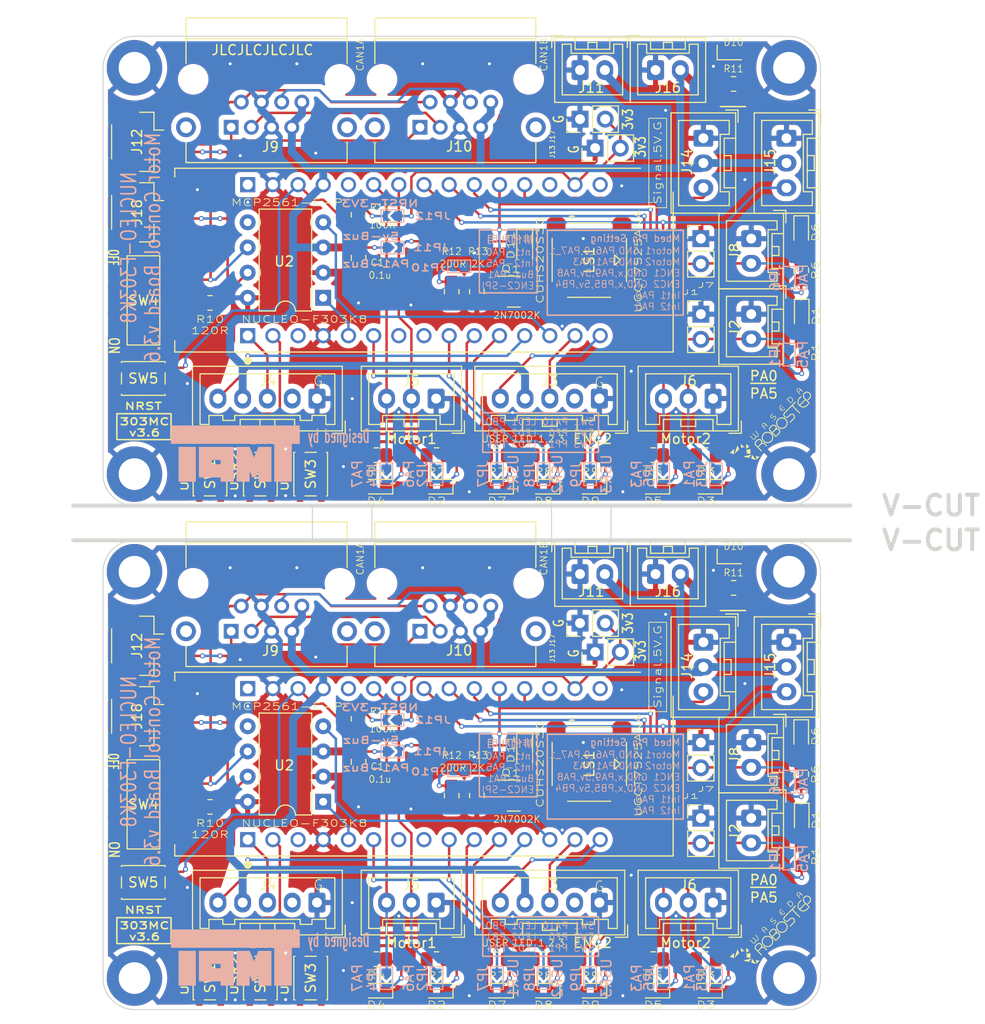
<source format=kicad_pcb>
(kicad_pcb (version 20211014) (generator pcbnew)
  (layers (0 "F.Cu" signal) (31 "B.Cu" signal) (34 "B.Paste" user) (35 "F.Paste" user) (36 "B.SilkS" user "B.Silkscreen") (37 "F.SilkS" user "F.Silkscreen") (38 "B.Mask" user) (39 "F.Mask" user) (44 "Edge.Cuts" user))
  (net 0 "")
  (net 1 "Board_0-+3V3")
  (net 2 "Board_0-+5V")
  (net 3 "Board_0-BUZZER")
  (net 4 "Board_0-CANH")
  (net 5 "Board_0-CANL")
  (net 6 "Board_0-CAN_RD")
  (net 7 "Board_0-CAN_TD")
  (net 8 "Board_0-ENC1A_PA9")
  (net 9 "Board_0-ENC1B_PA8")
  (net 10 "Board_0-ENC2A_PB5")
  (net 11 "Board_0-ENC2B_PB4")
  (net 12 "Board_0-GND")
  (net 13 "Board_0-GPIO_PA0")
  (net 14 "Board_0-GPIO_PA5")
  (net 15 "Board_0-Motor1A_PA6")
  (net 16 "Board_0-Motor1B_PA7")
  (net 17 "Board_0-Motor2B_PA3")
  (net 18 "Board_0-NRST")
  (net 19 "Board_0-Net-(D1-Pad2)")
  (net 20 "Board_0-Net-(D10-Pad2)")
  (net 21 "Board_0-Net-(D11-Pad1)")
  (net 22 "Board_0-Net-(D11-Pad2)")
  (net 23 "Board_0-Net-(D2-Pad2)")
  (net 24 "Board_0-Net-(D3-Pad2)")
  (net 25 "Board_0-Net-(D4-Pad2)")
  (net 26 "Board_0-Net-(D5-Pad2)")
  (net 27 "Board_0-Net-(D6-Pad2)")
  (net 28 "Board_0-Net-(D7-Pad2)")
  (net 29 "Board_0-Net-(D8-Pad2)")
  (net 30 "Board_0-Net-(D9-Pad2)")
  (net 31 "Board_0-Net-(JP1-Pad2)")
  (net 32 "Board_0-Net-(JP10-Pad2)")
  (net 33 "Board_0-Net-(JP12-Pad2)")
  (net 34 "Board_0-Net-(JP2-Pad2)")
  (net 35 "Board_0-Net-(JP3-Pad2)")
  (net 36 "Board_0-Net-(JP4-Pad2)")
  (net 37 "Board_0-Net-(JP5-Pad2)")
  (net 38 "Board_0-Net-(JP6-Pad2)")
  (net 39 "Board_0-Net-(JP7-Pad2)")
  (net 40 "Board_0-Net-(JP8-Pad2)")
  (net 41 "Board_0-Net-(JP9-Pad2)")
  (net 42 "Board_0-Net-(Q1-Pad1)")
  (net 43 "Board_0-Net-(R10-Pad1)")
  (net 44 "Board_0-RJ45_3")
  (net 45 "Board_0-RJ45_6")
  (net 46 "Board_0-USR_LED1")
  (net 47 "Board_0-USR_LED2")
  (net 48 "Board_0-USR_LED3")
  (net 49 "Board_0-USR_SW1")
  (net 50 "Board_0-USR_SW2")
  (net 51 "Board_0-USR_SW3")
  (net 52 "Board_0-unconnected-(J3-Pad2)")
  (net 53 "Board_0-unconnected-(J4-Pad2)")
  (net 54 "Board_0-unconnected-(SW4-Pad1)")
  (net 55 "Board_0-unconnected-(U1-Pad3_3)")
  (net 56 "Board_0-unconnected-(U1-Pad3_7)")
  (net 57 "Board_0-unconnected-(U1-Pad3_8)")
  (net 58 "Board_0-unconnected-(U1-Pad4_1)")
  (net 59 "Board_0-unconnected-(U1-Pad4_13)")
  (net 60 "Board_0-unconnected-(U1-Pad4_15)")
  (net 61 "Board_0-unconnected-(U1-Pad4_5)")
  (net 62 "Board_0-unconnected-(U2-Pad5)")
  (net 63 "Board_1-+3V3")
  (net 64 "Board_1-+5V")
  (net 65 "Board_1-BUZZER")
  (net 66 "Board_1-CANH")
  (net 67 "Board_1-CANL")
  (net 68 "Board_1-CAN_RD")
  (net 69 "Board_1-CAN_TD")
  (net 70 "Board_1-ENC1A_PA9")
  (net 71 "Board_1-ENC1B_PA8")
  (net 72 "Board_1-ENC2A_PB5")
  (net 73 "Board_1-ENC2B_PB4")
  (net 74 "Board_1-GND")
  (net 75 "Board_1-GPIO_PA0")
  (net 76 "Board_1-GPIO_PA5")
  (net 77 "Board_1-Motor1A_PA6")
  (net 78 "Board_1-Motor1B_PA7")
  (net 79 "Board_1-Motor2B_PA3")
  (net 80 "Board_1-NRST")
  (net 81 "Board_1-Net-(D1-Pad2)")
  (net 82 "Board_1-Net-(D10-Pad2)")
  (net 83 "Board_1-Net-(D11-Pad1)")
  (net 84 "Board_1-Net-(D11-Pad2)")
  (net 85 "Board_1-Net-(D2-Pad2)")
  (net 86 "Board_1-Net-(D3-Pad2)")
  (net 87 "Board_1-Net-(D4-Pad2)")
  (net 88 "Board_1-Net-(D5-Pad2)")
  (net 89 "Board_1-Net-(D6-Pad2)")
  (net 90 "Board_1-Net-(D7-Pad2)")
  (net 91 "Board_1-Net-(D8-Pad2)")
  (net 92 "Board_1-Net-(D9-Pad2)")
  (net 93 "Board_1-Net-(JP1-Pad2)")
  (net 94 "Board_1-Net-(JP10-Pad2)")
  (net 95 "Board_1-Net-(JP12-Pad2)")
  (net 96 "Board_1-Net-(JP2-Pad2)")
  (net 97 "Board_1-Net-(JP3-Pad2)")
  (net 98 "Board_1-Net-(JP4-Pad2)")
  (net 99 "Board_1-Net-(JP5-Pad2)")
  (net 100 "Board_1-Net-(JP6-Pad2)")
  (net 101 "Board_1-Net-(JP7-Pad2)")
  (net 102 "Board_1-Net-(JP8-Pad2)")
  (net 103 "Board_1-Net-(JP9-Pad2)")
  (net 104 "Board_1-Net-(Q1-Pad1)")
  (net 105 "Board_1-Net-(R10-Pad1)")
  (net 106 "Board_1-RJ45_3")
  (net 107 "Board_1-RJ45_6")
  (net 108 "Board_1-USR_LED1")
  (net 109 "Board_1-USR_LED2")
  (net 110 "Board_1-USR_LED3")
  (net 111 "Board_1-USR_SW1")
  (net 112 "Board_1-USR_SW2")
  (net 113 "Board_1-USR_SW3")
  (net 114 "Board_1-unconnected-(J3-Pad2)")
  (net 115 "Board_1-unconnected-(J4-Pad2)")
  (net 116 "Board_1-unconnected-(SW4-Pad1)")
  (net 117 "Board_1-unconnected-(U1-Pad3_3)")
  (net 118 "Board_1-unconnected-(U1-Pad3_7)")
  (net 119 "Board_1-unconnected-(U1-Pad3_8)")
  (net 120 "Board_1-unconnected-(U1-Pad4_1)")
  (net 121 "Board_1-unconnected-(U1-Pad4_13)")
  (net 122 "Board_1-unconnected-(U1-Pad4_15)")
  (net 123 "Board_1-unconnected-(U1-Pad4_5)")
  (net 124 "Board_1-unconnected-(U2-Pad5)")
  (footprint "Connector_JST_XA:JST_XA_B03B-XASK-1_1x03_P2.50mm_Vertical" (layer "F.Cu") (at 172.884 30.286235 -90)
    (fp_text reference "J14")
    (fp_text value "Int1")
  )
  (footprint "LED_SMD:LED_0603_1608Metric_Pad1.05x0.95mm_HandSolder" (layer "F.Cu") (at 167.82 65.445 180)
    (fp_text reference "D5")
    (fp_text value "PA3")
  )
  (footprint "Resistor_SMD:R_0805_2012Metric_Pad1.20x1.40mm_HandSolder" (layer "F.Cu") (at 167.82 113.11 180)
    (fp_text reference "R5")
    (fp_text value "500R")
  )
  (footprint "Original:SW_SPST_PTS810_HandSolder" (layer "F.Cu") (at 116.369 54.523)
    (fp_text reference "SW5")
    (fp_text value "NRST")
  )
  (footprint "Connector_PinHeader_2.54mm:PinHeader_1x02_P2.54mm_Vertical" (layer "F.Cu") (at 172.63 91.265)
    (fp_text reference "J7")
    (fp_text value "PA0")
  )
  (footprint "LED_SMD:LED_0603_1608Metric_Pad1.05x0.95mm_HandSolder" (layer "F.Cu") (at 182.807091 99.041017 -90)
    (fp_text reference "D1")
    (fp_text value "Yellow")
  )
  (footprint "Resistor_SMD:R_0805_2012Metric_Pad1.20x1.40mm_HandSolder" (layer "F.Cu") (at 156.755 62.27 180)
    (fp_text reference "R8")
    (fp_text value "1k")
  )
  (footprint "LED_SMD:LED_0603_1608Metric_Pad1.05x0.95mm_HandSolder" (layer "F.Cu") (at 173.138 65.445 180)
    (fp_text reference "D3")
    (fp_text value "PA1")
  )
  (footprint "Connector_PinHeader_2.54mm:PinHeader_1x02_P2.54mm_Vertical" (layer "F.Cu") (at 161.962 82.132 90)
    (fp_text reference "J13")
    (fp_text value "3v3_IO")
  )
  (footprint "Original:SW_SPST_PTS810_HandSolder" (layer "F.Cu") (at 133.26 64.175 -90)
    (fp_text reference "SW3")
    (fp_text value "USR3")
  )
  (footprint "Resistor_SMD:R_0805_2012Metric_Pad1.20x1.40mm_HandSolder" (layer "F.Cu") (at 152.056 62.28 180)
    (fp_text reference "R7")
    (fp_text value "1k")
  )
  (footprint "Connector_JST_XA:JST_XA_B02B-XASK-1_1x02_P2.50mm_Vertical" (layer "F.Cu") (at 177.71 40.415 -90)
    (fp_text reference "J8")
    (fp_text value "PA0")
  )
  (footprint "NUCLEO-F303K8:MODULE_NUCLEO-F303K8" (layer "F.Cu") (at 144.69 42.585 90)
    (fp_text reference "U1")
    (fp_text value "NUCLEO-F303K8")
  )
  (footprint "Connector_JST_XA:JST_XA_B03B-XASK-1_1x03_P2.50mm_Vertical" (layer "F.Cu") (at 172.884 81.136235 -90)
    (fp_text reference "J14")
    (fp_text value "Int1")
  )
  (footprint "Package_DIP:DIP-8_W7.62mm" (layer "F.Cu") (at 134.52 46.385 180)
    (fp_text reference "U2")
    (fp_text value "MCP2561-E-P")
  )
  (footprint "Resistor_SMD:R_0805_2012Metric_Pad1.20x1.40mm_HandSolder" (layer "F.Cu") (at 145.96 113.11 180)
    (fp_text reference "R2")
    (fp_text value "3k3")
  )
  (footprint "Connector_JST_XA:JST_XA_B02B-XASK-1_1x02_P2.50mm_Vertical" (layer "F.Cu") (at 160.438 74.258)
    (fp_text reference "J11")
    (fp_text value "5V_IO")
  )
  (footprint "LED_SMD:LED_0603_1608Metric_Pad1.05x0.95mm_HandSolder" (layer "F.Cu") (at 139.88 116.295 180)
    (fp_text reference "D4")
    (fp_text value "PA7")
  )
  (footprint "LED_SMD:LED_0603_1608Metric_Pad1.05x0.95mm_HandSolder" (layer "F.Cu") (at 152.056 116.295 180)
    (fp_text reference "D7")
    (fp_text value "USR1")
  )
  (footprint "LED_SMD:LED_0603_1608Metric_Pad1.05x0.95mm_HandSolder" (layer "F.Cu") (at 161.47 65.445 180)
    (fp_text reference "D9")
    (fp_text value "USR3")
  )
  (footprint "Connector_JST_XA:JST_XA_B02B-XASK-1_1x02_P2.50mm_Vertical" (layer "F.Cu") (at 177.71 48.035 -90)
    (fp_text reference "J2")
    (fp_text value "PA5")
  )
  (footprint "LED_SMD:LED_0603_1608Metric_Pad1.05x0.95mm_HandSolder" (layer "F.Cu") (at 156.755 116.295 180)
    (fp_text reference "D8")
    (fp_text value "USR2")
  )
  (footprint "Resistor_SMD:R_0805_2012Metric_Pad1.20x1.40mm_HandSolder" (layer "F.Cu") (at 175.932 24.805)
    (fp_text reference "R11")
    (fp_text value "1K")
  )
  (footprint "Resistor_SMD:R_0805_2012Metric_Pad1.20x1.40mm_HandSolder" (layer "F.Cu") (at 175.932 75.655)
    (fp_text reference "R11")
    (fp_text value "1K")
  )
  (footprint "MountingHole:MountingHole_3.2mm_M3_DIN965_Pad" (layer "F.Cu") (at 181.52 64.175)
    (fp_text reference "H2")
    (fp_text value "MountingHole_Pad")
  )
  (footprint "LED_SMD:LED_0603_1608Metric_Pad1.05x0.95mm_HandSolder" (layer "F.Cu") (at 173.138 116.295 180)
    (fp_text reference "D3")
    (fp_text value "PA1")
  )
  (footprint "LED_SMD:LED_0603_1608Metric_Pad1.05x0.95mm_HandSolder" (layer "F.Cu") (at 145.96 116.295 180)
    (fp_text reference "D2")
    (fp_text value "PA6")
  )
  (footprint "Connector_JST_XA:JST_XA_B05B-XASK-1_1x05_P2.50mm_Vertical" (layer "F.Cu") (at 162.39 56.555 180)
    (fp_text reference "J3")
    (fp_text value "ENC2")
  )
  (footprint "Original:Kai_LAN_RJ45_Neltron_Industrial_7810-8P8C" (layer "F.Cu") (at 144.285 29.18 180)
    (fp_text reference "J10")
    (fp_text value "CAN1B")
  )
  (footprint "Connector_PinHeader_2.54mm:PinHeader_1x02_P2.54mm_Vertical" (layer "F.Cu") (at 172.63 98.885)
    (fp_text reference "J1")
    (fp_text value "PA5")
  )
  (footprint "Resistor_SMD:R_0805_2012Metric_Pad1.20x1.40mm_HandSolder" (layer "F.Cu") (at 182.807091 102.726017 90)
    (fp_text reference "R1")
    (fp_text value "1k")
  )
  (footprint "Connector_JST_XA:JST_XA_B05B-XASK-1_1x05_P2.50mm_Vertical" (layer "F.Cu") (at 162.39 107.405 180)
    (fp_text reference "J3")
    (fp_text value "ENC2")
  )
  (footprint "MountingHole:MountingHole_3.2mm_M3_DIN965_Pad" (layer "F.Cu") (at 181.52 23.175)
    (fp_text reference "H3")
    (fp_text value "MountingHole_Pad")
  )
  (footprint "Original:JST_GH_SM02B-GHS-TB_1x02-1MP_P1.25mm_Horizontal_Handsolder" (layer "F.Cu") (at 115.734 30.647 -90)
    (fp_text reference "J12")
    (fp_text value "CAN")
  )
  (footprint "Original:JST_GH_SM02B-GHS-TB_1x02-1MP_P1.25mm_Horizontal_Handsolder" (layer "F.Cu") (at 115.734 88.609 -90)
    (fp_text reference "J18")
    (fp_text value "CAN")
  )
  (footprint "Connector_JST_XA:JST_XA_B03B-XASK-1_1x03_P2.50mm_Vertical" (layer "F.Cu") (at 181.266 30.286235 -90)
    (fp_text reference "J15")
    (fp_text value "Int2")
  )
  (footprint "LED_SMD:LED_0603_1608Metric_Pad1.05x0.95mm_HandSolder" (layer "F.Cu") (at 145.96 65.445 180)
    (fp_text reference "D2")
    (fp_text value "PA6")
  )
  (footprint "LED_SMD:LED_0603_1608Metric_Pad1.05x0.95mm_HandSolder" (layer "F.Cu") (at 139.88 65.445 180)
    (fp_text reference "D4")
    (fp_text value "PA7")
  )
  (footprint "LED_SMD:LED_0603_1608Metric_Pad1.05x0.95mm_HandSolder" (layer "F.Cu") (at 182.807091 48.191017 -90)
    (fp_text reference "D1")
    (fp_text value "Yellow")
  )
  (footprint "LED_SMD:LED_0603_1608Metric_Pad1.05x0.95mm_HandSolder" (layer "F.Cu") (at 167.82 116.295 180)
    (fp_text reference "D5")
    (fp_text value "PA3")
  )
  (footprint "Connector_JST_XA:JST_XA_B03B-XASK-1_1x03_P2.50mm_Vertical" (layer "F.Cu") (at 145.92 107.405 180)
    (fp_text reference "J5")
    (fp_text value "Motor1")
  )
  (footprint "Resistor_SMD:R_0805_2012Metric_Pad1.20x1.40mm_HandSolder" (layer "F.Cu") (at 173.138 62.26 180)
    (fp_text reference "R3")
    (fp_text value "3k3")
  )
  (footprint "LED_SMD:LED_0603_1608Metric_Pad1.05x0.95mm_HandSolder" (layer "F.Cu") (at 152.056 65.445 180)
    (fp_text reference "D7")
    (fp_text value "USR1")
  )
  (footprint "Connector_JST_XA:JST_XA_B05B-XASK-1_1x05_P2.50mm_Vertical" (layer "F.Cu") (at 133.895 107.405 180)
    (fp_text reference "J4")
    (fp_text value "ENC1")
  )
  (footprint "Resistor_SMD:R_0805_2012Metric_Pad1.20x1.40mm_HandSolder" (layer "F.Cu") (at 152.056 113.13 180)
    (fp_text reference "R7")
    (fp_text value "1k")
  )
  (footprint "Connector_PinHeader_2.54mm:PinHeader_1x02_P2.54mm_Vertical" (layer "F.Cu") (at 172.63 40.415)
    (fp_text reference "J7")
    (fp_text value "PA0")
  )
  (footprint "Resistor_SMD:R_0805_2012Metric_Pad1.20x1.40mm_HandSolder" (layer "F.Cu") (at 182.807091 51.876017 90)
    (fp_text reference "R1")
    (fp_text value "1k")
  )
  (footprint "Original:slide_SW" (layer "F.Cu") (at 116.385654 97.499)
    (fp_text reference "SW4")
    (fp_text value "SW_DPDT_x2")
  )
  (footprint "Connector_JST_XA:JST_XA_B02B-XASK-1_1x02_P2.50mm_Vertical" (layer "F.Cu") (at 160.438 23.408)
    (fp_text reference "J11")
    (fp_text value "5V_IO")
  )
  (footprint "Resistor_SMD:R_0805_2012Metric_Pad1.20x1.40mm_HandSolder" (layer "F.Cu") (at 147.484 96.61 -90)
    (fp_text reference "R12")
    (fp_text value "200R")
  )
  (footprint "Resistor_SMD:R_0805_2012Metric_Pad1.20x1.40mm_HandSolder" (layer "F.Cu") (at 182.755817 43.597215 90)
    (fp_text reference "R6")
    (fp_text value "1k")
  )
  (footprint "LED_SMD:LED_0603_1608Metric_Pad1.05x0.95mm_HandSolder" (layer "F.Cu") (at 175.932 21.63)
    (fp_text reference "D10")
    (fp_text value "PWR")
  )
  (footprint "LED_SMD:LED_0603_1608Metric_Pad1.05x0.95mm_HandSolder" (layer "F.Cu") (at 182.755817 39.771215 -90)
    (fp_text reference "D6")
    (fp_text value "Yellow")
  )
  (footprint "Resistor_SMD:R_0805_2012Metric_Pad1.20x1.40mm_HandSolder" (layer "F.Cu") (at 156.755 113.12 180)
    (fp_text reference "R8")
    (fp_text value "1k")
  )
  (footprint "Resistor_SMD:R_0805_2012Metric_Pad1.20x1.40mm_HandSolder" (layer "F.Cu") (at 138.086 88.863 90)
    (fp_text reference "R14")
    (fp_text value "100R")
  )
  (footprint "Original:SW_SPST_PTS810_HandSolder" (layer "F.Cu") (at 133.26 115.025 -90)
    (fp_text reference "SW3")
    (fp_text value "USR3")
  )
  (footprint "Resistor_SMD:R_0805_2012Metric_Pad1.20x1.40mm_HandSolder" (layer "F.Cu") (at 139.88 62.26 180)
    (fp_text reference "R4")
    (fp_text value "500R")
  )
  (footprint "Package_TO_SOT_SMD:SOT-23" (layer "F.Cu") (at 153.755 45.76)
    (fp_text reference "Q1")
    (fp_text value "2N7002K")
  )
  (footprint "Original:SW_SPST_PTS810_HandSolder" (layer "F.Cu") (at 116.369 105.373)
    (fp_text reference "SW5")
    (fp_text value "NRST")
  )
  (footprint "Resistor_SMD:R_0805_2012Metric_Pad1.20x1.40mm_HandSolder" (layer "F.Cu") (at 150.024 45.76 90)
    (fp_text reference "R13")
    (fp_text value "2K")
  )
  (footprint "Original:Kai_LAN_RJ45_Neltron_Industrial_7810-8P8C" (layer "F.Cu") (at 125.235 80.03 180)
    (fp_text reference "J9")
    (fp_text value "CAN1A")
  )
  (footprint "Connector_PinHeader_2.54mm:PinHeader_1x02_P2.54mm_Vertical" (layer "F.Cu") (at 172.63 48.035)
    (fp_text reference "J1")
    (fp_text value "PA5")
  )
  (footprint "Connector_JST_XA:JST_XA_B02B-XASK-1_1x02_P2.50mm_Vertical" (layer "F.Cu") (at 168.058 74.258)
    (fp_text reference "J16")
    (fp_text value "5V_IO")
  )
  (footprint "Resistor_SMD:R_0805_2012Metric_Pad1.20x1.40mm_HandSolder" (layer "F.Cu") (at 167.82 62.26 180)
    (fp_text reference "R5")
    (fp_text value "500R")
  )
  (footprint "Original:JST_GH_SM02B-GHS-TB_1x02-1MP_P1.25mm_Horizontal_Handsolder" (layer "F.Cu") (at 115.734 81.497 -90)
    (fp_text reference "J12")
    (fp_text value "CAN")
  )
  (footprint "Connector_JST_XA:JST_XA_B03B-XASK-1_1x03_P2.50mm_Vertical" (layer "F.Cu") (at 181.266 81.136235 -90)
    (fp_text reference "J15")
    (fp_text value "Int2")
  )
  (footprint "Connector_PinHeader_2.54mm:PinHeader_1x02_P2.54mm_Vertical" (layer "F.Cu") (at 160.438 79.211 90)
    (fp_text reference "J17")
    (fp_text value "3v3_IO")
  )
  (footprint "Resistor_SMD:R_0805_2012Metric_Pad1.20x1.40mm_HandSolder" (layer "F.Cu") (at 147.484 45.76 -90)
    (fp_text reference "R12")
    (fp_text value "200R")
  )
  (footprint "NUCLEO-F303K8:MODULE_NUCLEO-F303K8" (layer "F.Cu") (at 144.69 93.435 90)
    (fp_text reference "U1")
    (fp_text value "NUCLEO-F303K8")
  )
  (footprint "Connector_JST_XA:JST_XA_B02B-XASK-1_1x02_P2.50mm_Vertical" (layer "F.Cu") (at 168.058 23.408)
    (fp_text reference "J16")
    (fp_text value "5V_IO")
  )
  (footprint "Resistor_SMD:R_0805_2012Metric_Pad1.20x1.40mm_HandSolder" (layer "F.Cu") (at 123.1 46.903)
    (fp_text reference "R10")
    (fp_text value "120R")
  )
  (footprint "Resistor_SMD:R_0805_2012Metric_Pad1.20x1.40mm_HandSolder" (layer "F.Cu") (at 161.47 113.12 180)
    (fp_text reference "R9")
    (fp_text value "1k")
  )
  (footprint "Resistor_SMD:R_0805_2012Metric_Pad1.20x1.40mm_HandSolder" (layer "F.Cu") (at 173.138 113.11 180)
    (fp_text reference "R3")
    (fp_text value "3k3")
  )
  (footprint "Connector_PinHeader_2.54mm:PinHeader_1x02_P2.54mm_Vertical" (layer "F.Cu") (at 160.438 28.361 90)
    (fp_text reference "J17")
    (fp_text value "3v3_IO")
  )
  (footprint "Diode_SMD:D_TUMD2" (layer "F.Cu") (at 154.85 92.053 -90)
    (fp_text reference "D11")
    (fp_text value "CUHS20S30")
  )
  (footprint "Connector_PinHeader_2.54mm:PinHeader_1x02_P2.54mm_Vertical" (layer "F.Cu") (at 161.962 31.282 90)
    (fp_text reference "J13")
    (fp_text value "3v3_IO")
  )
  (footprint "Package_DIP:DIP-8_W7.62mm" (layer "F.Cu") (at 134.52 97.235 180)
    (fp_text reference "U2")
    (fp_text value "MCP2561-E-P")
  )
  (footprint "Resistor_SMD:R_0805_2012Metric_Pad1.20x1.40mm_HandSolder" (layer "F.Cu") (at 150.024 96.61 90)
    (fp_text reference "R13")
    (fp_text value "2K")
  )
  (footprint "MountingHole:MountingHole_3.2mm_M3_DIN965_Pad" (layer "F.Cu") (at 181.52 115.025)
    (fp_text reference "H2")
    (fp_text value "MountingHole_Pad")
  )
  (footprint "LED_SMD:LED_0603_1608Metric_Pad1.05x0.95mm_HandSolder" (layer "F.Cu") (at 182.755817 90.621215 -90)
    (fp_text reference "D6")
    (fp_text value "Yellow")
  )
  (footprint "Original:Kai_LAN_RJ45_Neltron_Industrial_7810-8P8C" (layer "F.Cu") (at 144.285 80.03 180)
    (fp_text reference "J10")
    (fp_text value "CAN1B")
  )
  (footprint "Package_TO_SOT_SMD:SOT-23" (layer "F.Cu") (at 153.755 96.61)
    (fp_text reference "Q1")
    (fp_text value "2N7002K")
  )
  (footprint "Capacitor_SMD:C_0805_2012Metric_Pad1.18x1.45mm_HandSolder" (layer "F.Cu") (at 138.086 42.3525 90)
    (fp_text reference "C1")
    (fp_text value "0.1u")
  )
  (footprint "Original:slide_SW" (layer "F.Cu") (at 116.385654 46.649)
    (fp_text reference "SW4")
    (fp_text value "SW_DPDT_x2")
  )
  (footprint "Original:SW_SPST_PTS810_HandSolder" (layer "F.Cu") (at 123.1 64.175 -90)
    (fp_text reference "SW1")
    (fp_text value "USR1")
  )
  (footprint "Connector_JST_XA:JST_XA_B03B-XASK-1_1x03_P2.50mm_Vertical" (layer "F.Cu") (at 173.86 107.405 180)
    (fp_text reference "J6")
    (fp_text value "Motor2")
  )
  (footprint "Connector_JST_XA:JST_XA_B03B-XASK-1_1x03_P2.50mm_Vertical" (layer "F.Cu") (at 173.86 56.555 180)
    (fp_text reference "J6")
    (fp_text value "Motor2")
  )
  (footprint "Original:ROBOSTEP_LOGO_B_10mm" (layer "F.Cu") (at 179.931868 110.199026 45)
    (fp_text reference "G***")
    (fp_text value "LOGO" hide)
  )
  (footprint "Connector_JST_XA:JST_XA_B02B-XASK-1_1x02_P2.50mm_Vertical" (layer "F.Cu") (at 177.71 91.265 -90)
    (fp_text reference "J8")
    (fp_text value "PA0")
  )
  (footprint "Resistor_SMD:R_0805_2012Metric_Pad1.20x1.40mm_HandSolder" (layer "F.Cu") (at 161.47 62.27 180)
    (fp_text reference "R9")
    (fp_text value "1k")
  )
  (footprint "Resistor_SMD:R_0805_2012Metric_Pad1.20x1.40mm_HandSolder" (layer "F.Cu") (at 182.755817 94.447215 90)
    (fp_text reference "R6")
    (fp_text value "1k")
  )
  (footprint "LED_SMD:LED_0603_1608Metric_Pad1.05x0.95mm_HandSolder" (layer "F.Cu") (at 161.47 116.295 180)
    (fp_text reference "D9")
    (fp_text value "USR3")
  )
  (footprint "Connector_JST_XA:JST_XA_B03B-XASK-1_1x03_P2.50mm_Vertical" (layer "F.Cu") (at 145.92 56.555 180)
    (fp_text reference "J5")
    (fp_text value "Motor1")
  )
  (footprint "Original:JST_GH_SM02B-GHS-TB_1x02-1MP_P1.25mm_Horizontal_Handsolder" (layer "F.Cu") (at 115.734 37.759 -90)
    (fp_text reference "J18")
    (fp_text value "CAN")
  )
  (footprint "Connector_JST_XA:JST_XA_B02B-XASK-1_1x02_P2.50mm_Vertical" (layer "F.Cu") (at 177.71 98.885 -90)
    (fp_text reference "J2")
    (fp_text value "PA5")
  )
  (footprint "MountingHole:MountingHole_3.2mm_M3_DIN965_Pad" (layer "F.Cu") (at 115.48 115.025)
    (fp_text reference "H1")
    (fp_text value "MountingHole_Pad")
  )
  (footprint "MountingHole:MountingHole_3.2mm_M3_DIN965_Pad" (layer "F.Cu") (at 115.48 23.175)
    (fp_text reference "H4")
    (fp_text value "MountingHole_Pad")
  )
  (footprint "Original:Kai_LAN_RJ45_Neltron_Industrial_7810-8P8C" (layer "F.Cu") (at 125.235 29.18 180)
    (fp_text reference "J9")
    (fp_text value "CAN1A")
  )
  (footprint "Original:SW_SPST_PTS810_HandSolder" (layer "F.Cu") (at 128.18 115.025 -90)
    (fp_text reference "SW2")
    (fp_text value "USR2")
  )
  (footprint "Original:SW_SPST_PTS810_HandSolder" (layer "F.Cu") (at 128.18 64.175 -90)
    (fp_text reference "SW2")
    (fp_text value "USR2")
  )
  (footprint "LED_SMD:LED_0603_1608Metric_Pad1.05x0.95mm_HandSolder" (layer "F.Cu") (at 156.755 65.445 180)
    (fp_text reference "D8")
    (fp_text value "USR2")
  )
  (footprint "MountingHole:MountingHole_3.2mm_M3_DIN965_Pad" (layer "F.Cu") (at 115.48 74.025)
    (fp_text reference "H4")
    (fp_text value "MountingHole_Pad")
  )
  (footprint "Capacitor_SMD:C_0805_2012Metric_Pad1.18x1.45mm_HandSolder" (layer "F.Cu") (at 138.086 93.2025 90)
    (fp_text reference "C1")
    (fp_text value "0.1u")
  )
  (footprint "Resistor_SMD:R_0805_2012Metric_Pad1.20x1.40mm_HandSolder" (layer "F.Cu") (at 145.96 62.26 180)
    (fp_text reference "R2")
    (fp_text value "3k3")
  )
  (footprint "MountingHole:MountingHole_3.2mm_M3_DIN965_Pad" (layer "F.Cu") (at 181.52 74.025)
    (fp_text reference "H3")
    (fp_text value "MountingHole_Pad")
  )
  (footprint "MountingHole:MountingHole_3.2mm_M3_DIN965_Pad" (layer "F.Cu") (at 115.48 64.175)
    (fp_text reference "H1")
    (fp_text value "MountingHole_Pad")
  )
  (footprint "Resistor_SMD:R_0805_2012Metric_Pad1.20x1.40mm_HandSolder" (layer "F.Cu") (at 139.88 113.11 180)
    (fp_text reference "R4")
    (fp_text value "500R")
  )
  (footprint "Resistor_SMD:R_0805_2012Metric_Pad1.20x1.40mm_HandSolder" (layer "F.Cu") (at 123.1 97.753)
    (fp_text reference "R10")
    (fp_text value "120R")
  )
  (footprint "Connector_JST_XA:JST_XA_B05B-XASK-1_1x05_P2.50mm_Vertical" (layer "F.Cu") (at 133.895 56.555 180)
    (fp_text reference "J4")
    (fp_text value "ENC1")
  )
  (footprint "Original:UGCT7525AN4" (layer "F.Cu") (at 161.375 42.585)
    (fp_text reference "LS1")
    (fp_text value "UGCT7525AN4")
  )
  (footprint "Original:SW_SPST_PTS810_HandSolder" (layer "F.Cu") (at 123.1 115.025 -90)
    (fp_text reference "SW1")
    (fp_text value "USR1")
  )
  (footprint "LED_SMD:LED_0603_1608Metric_Pad1.05x0.95mm_HandSolder" (layer "F.Cu") (at 175.932 72.48)
    (fp_text reference "D10")
    (fp_text value "PWR")
  )
  (footprint "Original:ROBOSTEP_LOGO_B_10mm" (layer "F.Cu") (at 179.931868 59.349026 45)
    (fp_text reference "G***")
    (fp_text value "LOGO" hide)
  )
  (footprint "Diode_SMD:D_TUMD2" (layer "F.Cu") (at 154.85 41.203 -90)
    (fp_text reference "D11")
    (fp_text value "CUHS20S30")
  )
  (footprint "Original:UGCT7525AN4" (layer "F.Cu") (at 161.375 93.435)
    (fp_text reference "LS1")
    (fp_text value "UGCT7525AN4")
  )
  (footprint "Resistor_SMD:R_0805_2012Metric_Pad1.20x1.40mm_HandSolder" (layer "F.Cu") (at 138.086 38.013 90)
    (fp_text reference "R14")
    (fp_text value "100R")
  )
  (footprint "Original:solderbridge" (layer "B.Cu") (at 148.246 43.22 180)
    (fp_text reference "JP10")
    (fp_text value "PA1-Buz")
  )
  (footprint "Original:solderbridge" (layer "B.Cu") (at 145.96 64.175 -90)
    (fp_text reference "JP2")
    (fp_text value "PA6")
  )
  (footprint "Original:solderbridge" (layer "B.Cu") (at 140.896633 115.017658 -90)
    (fp_text reference "JP4")
    (fp_text value "PA7")
  )
  (footprint "Original:solderbridge" (layer "B.Cu") (at 140.896633 64.167658 -90)
    (fp_text reference "JP4")
    (fp_text value "PA7")
  )
  (footprint "Original:solderbridge" (layer "B.Cu") (at 141.515 88.99 180)
    (fp_text reference "JP12")
    (fp_text value "NRST-3V3")
  )
  (footprint "Original:solderbridge" (layer "B.Cu") (at 161.454 64.175 -90)
    (fp_text reference "JP9")
    (fp_text value "USR3")
  )
  (footprint "Original:solderbridge" (layer "B.Cu") (at 168.82 115.025 -90)
    (fp_text reference "JP5")
    (fp_text value "PA3")
  )
  (footprint "Original:TMPI_LOGO_13mm_Fill" (layer "B.Cu") (at 125.660184 62.098136 180)
    (fp_text reference "G***")
    (fp_text value "LOGO" hide)
  )
  (footprint "Original:solderbridge" (layer "B.Cu") (at 181.52 44.363 -90)
    (fp_text reference "JP6")
    (fp_text value "PA0")
  )
  (footprint "Original:solderbridge" (layer "B.Cu") (at 174.154 115.025 -90)
    (fp_text reference "JP3")
    (fp_text value "PA1")
  )
  (footprint "Original:solderbridge" (layer "B.Cu") (at 148.246 94.07 180)
    (fp_text reference "JP10")
    (fp_text value "PA1-Buz")
  )
  (footprint "Original:solderbridge" (layer "B.Cu") (at 181.52 95.213 -90)
    (fp_text reference "JP6")
    (fp_text value "PA0")
  )
  (footprint "Original:solderbridge" (layer "B.Cu") (at 141.515 92.165)
    (fp_text reference "JP11")
    (fp_text value "5v-Buz")
  )
  (footprint "Original:solderbridge" (layer "B.Cu") (at 181.52 102.96 -90)
    (fp_text reference "JP1")
    (fp_text value "PA5")
  )
  (footprint "Original:solderbridge" (layer "B.Cu") (at 156.755 115.025 -90)
    (fp_text reference "JP8")
    (fp_text value "USR2")
  )
  (footprint "Original:solderbridge" (layer "B.Cu") (at 145.96 115.025 -90)
    (fp_text reference "JP2")
    (fp_text value "PA6")
  )
  (footprint "Original:solderbridge" (layer "B.Cu") (at 152.056 64.175 -90)
    (fp_text reference "JP7")
    (fp_text value "USR1")
  )
  (footprint "Original:solderbridge" (layer "B.Cu") (at 156.755 64.175 -90)
    (fp_text reference "JP8")
    (fp_text value "USR2")
  )
  (footprint "Original:solderbridge" (layer "B.Cu") (at 152.056 115.025 -90)
    (fp_text reference "JP7")
    (fp_text value "USR1")
  )
  (footprint "Original:solderbridge" (layer "B.Cu") (at 174.154 64.175 -90)
    (fp_text reference "JP3")
    (fp_text value "PA1")
  )
  (footprint "Original:solderbridge" (layer "B.Cu") (at 181.52 52.11 -90)
    (fp_text reference "JP1")
    (fp_text value "PA5")
  )
  (footprint "Original:TMPI_LOGO_13mm_Fill" (layer "B.Cu") (at 125.660184 112.948136 180)
    (fp_text reference "G***")
    (fp_text value "LOGO" hide)
  )
  (footprint "Original:solderbridge" (layer "B.Cu") (at 161.454 115.025 -90)
    (fp_text reference "JP9")
    (fp_text value "USR3")
  )
  (footprint "Original:solderbridge" (layer "B.Cu") (at 168.82 64.175 -90)
    (fp_text reference "JP5")
    (fp_text value "PA3")
  )
  (footprint "Original:solderbridge" (layer "B.Cu") (at 141.515 41.315)
    (fp_text reference "JP11")
    (fp_text value "5v-Buz")
  )
  (footprint "Original:solderbridge" (layer "B.Cu") (at 141.515 38.14 180)
    (fp_text reference "JP12")
    (fp_text value "NRST-3V3")
  )
  (gr_rect (start 150.621122 57.986442) (end 162.305122 61.974242) (layer "B.SilkS") (width 0.15) (fill none))
  (gr_rect (start 157.136 39.5751) (end 170.852 48.1349) (layer "B.SilkS") (width 0.15) (fill none))
  (gr_rect (start 157.136 90.4251) (end 170.852 98.9849) (layer "B.SilkS") (width 0.15) (fill none))
  (gr_rect (start 150.621122 108.836442) (end 162.305122 112.824242) (layer "B.SilkS") (width 0.15) (fill none))
  (gr_rect (start 156.12 39.537) (end 150.278 45.887) (layer "B.SilkS") (width 0.15) (fill none))
  (gr_rect (start 156.12 90.387) (end 150.278 96.737) (layer "B.SilkS") (width 0.15) (fill none))
  (gr_line (start 177.664691 55.016411) (end 180.204691 55.016411) (layer "F.SilkS") (width 0.15))
  (gr_rect (start 113.702 60.694287) (end 119.169568 58.079) (layer "F.SilkS") (width 0.15) (fill none))
  (gr_line (start 177.139 77.941) (end 174.599 77.941) (layer "F.SilkS") (width 0.15))
  (gr_rect (start 169.164227 79.124177) (end 167.386227 88.141177) (layer "F.SilkS") (width 0.08) (fill none))
  (gr_rect (start 113.702 111.544287) (end 119.169568 108.929) (layer "F.SilkS") (width 0.15) (fill none))
  (gr_rect (start 169.164227 28.274177) (end 167.386227 37.291177) (layer "F.SilkS") (width 0.08) (fill none))
  (gr_line (start 177.664691 105.866411) (end 180.204691 105.866411) (layer "F.SilkS") (width 0.15))
  (gr_line (start 177.139 27.091) (end 174.599 27.091) (layer "F.SilkS") (width 0.15))
  (gr_line (start 157.565 67.35) (end 157.565 69.1) (layer "Edge.Cuts") (width 0.1))
  (gr_line (start 114.377305 67.152363) (end 114.529522 67.204392) (layer "Edge.Cuts") (width 0.1))
  (gr_line (start 183.060833 117.80105) (end 183.19946 117.719445) (layer "Edge.Cuts") (width 0.1))
  (gr_line (start 181.841209 118.18371) (end 182.000783 118.163386) (layer "Edge.Cuts") (width 0.1))
  (gr_line (start 163.565 67.35) (end 181.52 67.35) (layer "Edge.Cuts") (width 0.1))
  (gr_line (start 113.178782 66.362469) (end 113.29253 66.476217) (layer "Edge.Cuts") (width 0.1))
  (gr_line (start 184.370529 65.573251) (end 184.437691 65.427079) (layer "Edge.Cuts") (width 0.1))
  (gr_line (start 114.081748 67.025529) (end 114.22792 67.092691) (layer "Edge.Cuts") (width 0.1))
  (gr_line (start 182.772079 20.257308) (end 182.622694 20.197636) (layer "Edge.Cuts") (width 0.1))
  (gr_line (start 182.622694 118.002363) (end 182.772079 117.942691) (layer "Edge.Cuts") (width 0.1))
  (gr_line (start 112.369992 115.664122) (end 112.406355 115.820821) (layer "Edge.Cuts") (width 0.1))
  (gr_line (start 114.377305 20.197636) (end 114.22792 20.257308) (layer "Edge.Cuts") (width 0.1))
  (gr_line (start 114.22792 67.092691) (end 114.377305 67.152363) (layer "Edge.Cuts") (width 0.1))
  (gr_line (start 112.562308 72.77292) (end 112.502636 72.922305) (layer "Edge.Cuts") (width 0.1))
  (gr_line (start 183.19946 117.719445) (end 183.333776 117.630923) (layer "Edge.Cuts") (width 0.1))
  (gr_line (start 112.874076 72.211223) (end 112.785554 72.345539) (layer "Edge.Cuts") (width 0.1))
  (gr_line (start 184.658386 115.505783) (end 184.67871 115.346209) (layer "Edge.Cuts") (width 0.1))
  (gr_line (start 112.406355 115.820821) (end 112.450607 115.975477) (layer "Edge.Cuts") (width 0.1))
  (gr_line (start 182.159122 70.914992) (end 182.000783 70.886613) (layer "Edge.Cuts") (width 0.1))
  (gr_line (start 183.821217 66.362469) (end 183.929057 66.243107) (layer "Edge.Cuts") (width 0.1))
  (gr_line (start 183.463436 117.535712) (end 183.588107 117.434057) (layer "Edge.Cuts") (width 0.1))
  (gr_line (start 112.785554 72.345539) (end 112.703949 72.484166) (layer "Edge.Cuts") (width 0.1))
  (gr_line (start 112.874076 65.988776) (end 112.969287 66.118436) (layer "Edge.Cuts") (width 0.1))
  (gr_line (start 184.549392 22.224522) (end 184.497363 22.072305) (layer "Edge.Cuts") (width 0.1))
  (gr_line (start 112.406355 22.379178) (end 112.369992 22.535877) (layer "Edge.Cuts") (width 0.1))
  (gr_line (start 112.502636 72.922305) (end 112.450607 73.074522) (layer "Edge.Cuts") (width 0.1))
  (gr_line (start 184.125923 116.838776) (end 184.214445 116.70446) (layer "Edge.Cuts") (width 0.1))
  (gr_line (start 112.305 23.175) (end 112.305 64.175) (layer "Edge.Cuts") (width 0.1))
  (gr_line (start 183.707469 66.476217) (end 183.821217 66.362469) (layer "Edge.Cuts") (width 0.1))
  (gr_line (start 112.62947 116.423251) (end 112.703949 116.565833) (layer "Edge.Cuts") (width 0.1))
  (gr_line (start 184.630007 64.814122) (end 184.658386 64.655783) (layer "Edge.Cuts") (width 0.1))
  (gr_line (start 112.450607 65.125477) (end 112.502636 65.277694) (layer "Edge.Cuts") (width 0.1))
  (gr_line (start 184.214445 72.345539) (end 184.125923 72.211223) (layer "Edge.Cuts") (width 0.1))
  (gr_line (start 113.178782 117.212469) (end 113.29253 117.326217) (layer "Edge.Cuts") (width 0.1))
  (gr_line (start 115.15879 67.33371) (end 115.319188 67.345924) (layer "Edge.Cuts") (width 0.1))
  (gr_line (start 183.19946 66.869445) (end 183.333776 66.780923) (layer "Edge.Cuts") (width 0.1))
  (gr_line (start 182.772079 67.092691) (end 182.918251 67.025529) (layer "Edge.Cuts") (width 0.1))
  (gr_line (start 184.593644 22.379178) (end 184.549392 22.224522) (layer "Edge.Cuts") (width 0.1))
  (gr_line (start 112.62947 65.573251) (end 112.703949 65.715833) (layer "Edge.Cuts") (width 0.1))
  (gr_line (start 184.67871 115.346209) (end 184.690924 115.185811) (layer "Edge.Cuts") (width 0.1))
  (gr_line (start 184.29605 21.634166) (end 184.214445 21.495539) (layer "Edge.Cuts") (width 0.1))
  (gr_line (start 112.785554 21.495539) (end 112.703949 21.634166) (layer "Edge.Cuts") (width 0.1))
  (gr_line (start 112.305 64.175) (end 112.309075 64.335811) (layer "Edge.Cuts") (width 0.1))
  (gr_line (start 182.622694 67.152363) (end 182.772079 67.092691) (layer "Edge.Cuts") (width 0.1))
  (gr_line (start 182.159122 67.285007) (end 182.315821 67.248644) (layer "Edge.Cuts") (width 0.1))
  (gr_line (start 157.565 69.1) (end 157.565 70.85) (layer "Edge.Cuts") (width 0.1))
  (gr_line (start 163.565 69.1) (end 163.565 67.35) (layer "Edge.Cuts") (width 0.1))
  (gr_line (start 115.319188 118.195924) (end 115.48 118.2) (layer "Edge.Cuts") (width 0.1))
  (gr_line (start 184.658386 73.544216) (end 184.630007 73.385877) (layer "Edge.Cuts") (width 0.1))
  (gr_line (start 113.070942 21.106892) (end 112.969287 21.231563) (layer "Edge.Cuts") (width 0.1))
  (gr_line (start 113.411892 66.584057) (end 113.536563 66.685712) (layer "Edge.Cuts") (width 0.1))
  (gr_line (start 114.081748 20.32447) (end 113.939166 20.398949) (layer "Edge.Cuts") (width 0.1))
  (gr_line (start 184.370529 21.776748) (end 184.29605 21.634166) (layer "Edge.Cuts") (width 0.1))
  (gr_line (start 182.918251 20.32447) (end 182.772079 20.257308) (layer "Edge.Cuts") (width 0.1))
  (gr_line (start 113.178782 71.83753) (end 113.070942 71.956892) (layer "Edge.Cuts") (width 0.1))
  (gr_line (start 114.684178 20.101355) (end 114.529522 20.145607) (layer "Edge.Cuts") (width 0.1))
  (gr_line (start 115.319188 70.854075) (end 115.15879 70.866289) (layer "Edge.Cuts") (width 0.1))
  (gr_line (start 114.22792 20.257308) (end 114.081748 20.32447) (layer "Edge.Cuts") (width 0.1))
  (gr_line (start 181.680811 20.004075) (end 181.52 20) (layer "Edge.Cuts") (width 0.1))
  (gr_line (start 184.695 23.175) (end 184.690924 23.014188) (layer "Edge.Cuts") (width 0.1))
  (gr_line (start 184.437691 72.77292) (end 184.370529 72.626748) (layer "Edge.Cuts") (width 0.1))
  (gr_line (start 114.529522 70.995607) (end 114.377305 71.047636) (layer "Edge.Cuts") (width 0.1))
  (gr_line (start 113.939166 66.95105) (end 114.081748 67.025529) (layer "Edge.Cuts") (width 0.1))
  (gr_line (start 114.999216 67.313386) (end 115.15879 67.33371) (layer "Edge.Cuts") (width 0.1))
  (gr_line (start 184.549392 73.074522) (end 184.497363 72.922305) (layer "Edge.Cuts") (width 0.1))
  (gr_line (start 113.939166 20.398949) (end 113.800539 20.480554) (layer "Edge.Cuts") (width 0.1))
  (gr_line (start 183.333776 20.569076) (end 183.19946 20.480554) (layer "Edge.Cuts") (width 0.1))
  (gr_line (start 112.703949 21.634166) (end 112.62947 21.776748) (layer "Edge.Cuts") (width 0.1))
  (gr_line (start 112.785554 116.70446) (end 112.874076 116.838776) (layer "Edge.Cuts") (width 0.1))
  (gr_line (start 181.680811 118.195924) (end 181.841209 118.18371) (layer "Edge.Cuts") (width 0.1))
  (gr_line (start 183.929057 21.106892) (end 183.821217 20.98753) (layer "Edge.Cuts") (width 0.1))
  (gr_line (start 112.703949 116.565833) (end 112.785554 116.70446) (layer "Edge.Cuts") (width 0.1))
  (gr_line (start 183.588107 20.765942) (end 183.463436 20.664287) (layer "Edge.Cuts") (width 0.1))
  (gr_line (start 184.690924 64.335811) (end 184.695 64.175) (layer "Edge.Cuts") (width 0.1))
  (gr_line (start 182.159122 118.135007) (end 182.315821 118.098644) (layer "Edge.Cuts") (width 0.1))
  (gr_line (start 113.800539 117.719445) (end 113.939166 117.80105) (layer "Edge.Cuts") (width 0.1))
  (gr_line (start 113.939166 71.248949) (end 113.800539 71.330554) (layer "Edge.Cuts") (width 0.1))
  (gr_line (start 184.125923 65.988776) (end 184.214445 65.85446) (layer "Edge.Cuts") (width 0.1))
  (gr_line (start 114.840877 20.064992) (end 114.684178 20.101355) (layer "Edge.Cuts") (width 0.1))
  (gr_line (start 184.593644 73.229178) (end 184.549392 73.074522) (layer "Edge.Cuts") (width 0.1))
  (gr_line (start 112.406355 73.229178) (end 112.369992 73.385877) (layer "Edge.Cuts") (width 0.1))
  (gr_line (start 113.666223 20.569076) (end 113.536563 20.664287) (layer "Edge.Cuts") (width 0.1))
  (gr_line (start 184.690924 23.014188) (end 184.67871 22.85379) (layer "Edge.Cuts") (width 0.1))
  (gr_line (start 113.939166 117.80105) (end 114.081748 117.875529) (layer "Edge.Cuts") (width 0.1))
  (gr_line (start 113.29253 20.873782) (end 113.178782 20.98753) (layer "Edge.Cuts") (width 0.1))
  (gr_line (start 183.588107 117.434057) (end 183.707469 117.326217) (layer "Edge.Cuts") (width 0.1))
  (gr_line (start 184.437691 116.277079) (end 184.497363 116.127694) (layer "Edge.Cuts") (width 0.1))
  (gr_line (start 184.497363 65.277694) (end 184.549392 65.125477) (layer "Edge.Cuts") (width 0.1))
  (gr_line (start 112.341613 64.655783) (end 112.369992 64.814122) (layer "Edge.Cuts") (width 0.1))
  (gr_line (start 113.070942 117.093107) (end 113.178782 117.212469) (layer "Edge.Cuts") (width 0.1))
  (gr_line (start 115.319188 20.004075) (end 115.15879 20.016289) (layer "Edge.Cuts") (width 0.1))
  (gr_line (start 184.67871 22.85379) (end 184.658386 22.694216) (layer "Edge.Cuts") (width 0.1))
  (gr_line (start 182.000783 20.036613) (end 181.841209 20.016289) (layer "Edge.Cuts") (width 0.1))
  (gr_line (start 114.529522 67.204392) (end 114.684178 67.248644) (layer "Edge.Cuts") (width 0.1))
  (gr_line (start 112.969287 21.231563) (end 112.874076 21.361223) (layer "Edge.Cuts") (width 0.1))
  (gr_line (start 115.48 20) (end 115.319188 20.004075) (layer "Edge.Cuts") (width 0.1))
  (gr_line (start 114.377305 71.047636) (end 114.22792 71.107308) (layer "Edge.Cuts") (width 0.1))
  (gr_line (start 182.470477 20.145607) (end 182.315821 20.101355) (layer "Edge.Cuts") (width 0.1))
  (gr_line (start 182.622694 20.197636) (end 182.470477 20.145607) (layer "Edge.Cuts") (width 0.1))
  (gr_line (start 183.333776 117.630923) (end 183.463436 117.535712) (layer "Edge.Cuts") (width 0.1))
  (gr_line (start 182.772079 71.107308) (end 182.622694 71.047636) (layer "Edge.Cuts") (width 0.1))
  (gr_line (start 182.772079 117.942691) (end 182.918251 117.875529) (layer "Edge.Cuts") (width 0.1))
  (gr_line (start 184.630007 22.535877) (end 184.593644 22.379178) (layer "Edge.Cuts") (width 0.1))
  (gr_line (start 112.450607 115.975477) (end 112.502636 116.127694) (layer "Edge.Cuts") (width 0.1))
  (gr_line (start 112.341613 22.694216) (end 112.321289 22.85379) (layer "Edge.Cuts") (width 0.1))
  (gr_line (start 115.15879 20.016289) (end 114.999216 20.036613) (layer "Edge.Cuts") (width 0.1))
  (gr_line (start 112.341613 115.505783) (end 112.369992 115.664122) (layer "Edge.Cuts") (width 0.1))
  (gr_line (start 183.821217 71.83753) (end 183.707469 71.723782) (layer "Edge.Cuts") (width 0.1))
  (gr_line (start 183.333776 71.419076) (end 183.19946 71.330554) (layer "Edge.Cuts") (width 0.1))
  (gr_line (start 181.52 20) (end 115.48 20) (layer "Edge.Cuts") (width 0.1))
  (gr_line (start 184.29605 65.715833) (end 184.370529 65.573251) (layer "Edge.Cuts") (width 0.1))
  (gr_line (start 182.470477 118.054392) (end 182.622694 118.002363) (layer "Edge.Cuts") (width 0.1))
  (gr_line (start 181.841209 20.016289) (end 181.680811 20.004075) (layer "Edge.Cuts") (width 0.1))
  (gr_line (start 114.529522 20.145607) (end 114.377305 20.197636) (layer "Edge.Cuts") (width 0.1))
  (gr_line (start 183.463436 20.664287) (end 183.333776 20.569076) (layer "Edge.Cuts") (width 0.1))
  (gr_line (start 181.680811 70.854075) (end 181.52 70.85) (layer "Edge.Cuts") (width 0.1))
  (gr_line (start 182.918251 71.17447) (end 182.772079 71.107308) (layer "Edge.Cuts") (width 0.1))
  (gr_line (start 182.622694 71.047636) (end 182.470477 70.995607) (layer "Edge.Cuts") (width 0.1))
  (gr_line (start 183.707469 117.326217) (end 183.821217 117.212469) (layer "Edge.Cuts") (width 0.1))
  (gr_line (start 163.565 70.85) (end 163.565 69.1) (layer "Edge.Cuts") (width 0.1))
  (gr_line (start 183.060833 20.398949) (end 182.918251 20.32447) (layer "Edge.Cuts") (width 0.1))
  (gr_line (start 113.070942 71.956892) (end 112.969287 72.081563) (layer "Edge.Cuts") (width 0.1))
  (gr_line (start 112.62947 72.626748) (end 112.562308 72.77292) (layer "Edge.Cuts") (width 0.1))
  (gr_line (start 184.695 115.025) (end 184.695 74.025) (layer "Edge.Cuts") (width 0.1))
  (gr_line (start 115.15879 118.18371) (end 115.319188 118.195924) (layer "Edge.Cuts") (width 0.1))
  (gr_line (start 133.435 70.85) (end 115.48 70.85) (layer "Edge.Cuts") (width 0.1))
  (gr_line (start 114.684178 118.098644) (end 114.840877 118.135007) (layer "Edge.Cuts") (width 0.1))
  (gr_line (start 183.821217 20.98753) (end 183.707469 20.873782) (layer "Edge.Cuts") (width 0.1))
  (gr_line (start 113.666223 66.780923) (end 113.800539 66.869445) (layer "Edge.Cuts") (width 0.1))
  (gr_line (start 112.969287 72.081563) (end 112.874076 72.211223) (layer "Edge.Cuts") (width 0.1))
  (gr_line (start 112.62947 21.776748) (end 112.562308 21.92292) (layer "Edge.Cuts") (width 0.1))
  (gr_line (start 115.48 118.2) (end 181.52 118.2) (layer "Edge.Cuts") (width 0.1))
  (gr_line (start 114.081748 117.875529) (end 114.22792 117.942691) (layer "Edge.Cuts") (width 0.1))
  (gr_line (start 112.450607 22.224522) (end 112.406355 22.379178) (layer "Edge.Cuts") (width 0.1))
  (gr_line (start 184.030712 21.231563) (end 183.929057 21.106892) (layer "Edge.Cuts") (width 0.1))
  (gr_line (start 184.549392 115.975477) (end 184.593644 115.820821) (layer "Edge.Cuts") (width 0.1))
  (gr_line (start 109.305 67.355) (end 187.695 67.355) (layer "Edge.Cuts") (width 0.4))
  (gr_line (start 112.309075 115.185811) (end 112.321289 115.346209) (layer "Edge.Cuts") (width 0.1))
  (gr_line (start 114.840877 118.135007) (end 114.999216 118.163386) (layer "Edge.Cuts") (width 0.1))
  (gr_line (start 183.463436 71.514287) (end 183.333776 71.419076) (layer "Edge.Cuts") (width 0.1))
  (gr_line (start 112.969287 66.118436) (end 113.070942 66.243107) (layer "Edge.Cuts") (width 0.1))
  (gr_line (start 184.437691 65.427079) (end 184.497363 65.277694) (layer "Edge.Cuts") (width 0.1))
  (gr_line (start 182.000783 70.886613) (end 181.841209 70.866289) (layer "Edge.Cuts") (width 0.1))
  (gr_line (start 113.411892 117.434057) (end 113.536563 117.535712) (layer "Edge.Cuts") (width 0.1))
  (gr_line (start 182.470477 70.995607) (end 182.315821 70.951355) (layer "Edge.Cuts") (width 0.1))
  (gr_line (start 114.684178 70.951355) (end 114.529522 70.995607) (layer "Edge.Cuts") (width 0.1))
  (gr_line (start 183.929057 66.243107) (end 184.030712 66.118436) (layer "Edge.Cuts") (width 0.1))
  (gr_line (start 184.630007 73.385877) (end 184.593644 73.229178) (layer "Edge.Cuts") (width 0.1))
  (gr_line (start 114.999216 70.886613) (end 114.840877 70.914992) (layer "Edge.Cuts") (width 0.1))
  (gr_line (start 133.435 67.35) (end 133.435 69.1) (layer "Edge.Cuts") (width 0.1))
  (gr_line (start 113.29253 71.723782) (end 113.178782 71.83753) (layer "Edge.Cuts") (width 0.1))
  (gr_line (start 115.48 67.35) (end 133.435 67.35) (layer "Edge.Cuts") (width 0.1))
  (gr_line (start 114.840877 70.914992) (end 114.684178 70.951355) (layer "Edge.Cuts") (width 0.1))
  (gr_line (start 112.309075 23.014188) (end 112.305 23.175) (layer "Edge.Cuts") (width 0.1))
  (gr_line (start 182.159122 20.064992) (end 182.000783 20.036613) (layer "Edge.Cuts") (width 0.1))
  (gr_line (start 183.333776 66.780923) (end 183.463436 66.685712) (layer "Edge.Cuts") (width 0.1))
  (gr_line (start 183.929057 117.093107) (end 184.030712 116.968436) (layer "Edge.Cuts") (width 0.1))
  (gr_line (start 184.593644 64.970821) (end 184.630007 64.814122) (layer "Edge.Cuts") (width 0.1))
  (gr_line (start 139.435 67.35) (end 139.435 67.35) (layer "Edge.Cuts") (width 0.1))
  (gr_line (start 182.918251 67.025529) (end 183.060833 66.95105) (layer "Edge.Cuts") (width 0.1))
  (gr_line (start 139.435 70.85) (end 139.435 69.1) (layer "Edge.Cuts") (width 0.1))
  (gr_line (start 112.341613 73.544216) (end 112.321289 73.70379) (layer "Edge.Cuts") (width 0.1))
  (gr_line (start 182.315821 70.951355) (end 182.159122 70.914992) (layer "Edge.Cuts") (width 0.1))
  (gr_line (start 112.969287 116.968436) (end 113.070942 117.093107) (layer "Edge.Cuts") (width 0.1))
  (gr_line (start 112.450607 73.074522) (end 112.406355 73.229178) (layer "Edge.Cuts") (width 0.1))
  (gr_line (start 114.529522 118.054392) (end 114.684178 118.098644) (layer "Edge.Cuts") (width 0.1))
  (gr_line (start 184.125923 21.361223) (end 184.030712 21.231563) (layer "Edge.Cuts") (width 0.1))
  (gr_line (start 113.29253 66.476217) (end 113.411892 66.584057) (layer "Edge.Cuts") (width 0.1))
  (gr_line (start 181.841209 67.33371) (end 182.000783 67.313386) (layer "Edge.Cuts") (width 0.1))
  (gr_line (start 181.52 70.85) (end 163.565 70.85) (layer "Edge.Cuts") (width 0.1))
  (gr_line (start 113.536563 66.685712) (end 113.666223 66.780923) (layer "Edge.Cuts") (width 0.1))
  (gr_line (start 139.435 69.1) (end 139.435 67.35) (layer "Edge.Cuts") (width 0.1))
  (gr_line (start 184.497363 72.922305) (end 184.437691 72.77292) (layer "Edge.Cuts") (width 0.1))
  (gr_line (start 112.369992 22.535877) (end 112.341613 22.694216) (layer "Edge.Cuts") (width 0.1))
  (gr_line (start 112.321289 64.496209) (end 112.341613 64.655783) (layer "Edge.Cuts") (width 0.1))
  (gr_line (start 112.502636 116.127694) (end 112.562308 116.277079) (layer "Edge.Cuts") (width 0.1))
  (gr_line (start 184.497363 116.127694) (end 184.549392 115.975477) (layer "Edge.Cuts") (width 0.1))
  (gr_line (start 183.060833 71.248949) (end 182.918251 71.17447) (layer "Edge.Cuts") (width 0.1))
  (gr_line (start 181.841209 70.866289) (end 181.680811 70.854075) (layer "Edge.Cuts") (width 0.1))
  (gr_line (start 113.178782 20.98753) (end 113.070942 21.106892) (layer "Edge.Cuts") (width 0.1))
  (gr_line (start 184.214445 116.70446) (end 184.29605 116.565833) (layer "Edge.Cuts") (width 0.1))
  (gr_line (start 181.52 118.2) (end 181.680811 118.195924) (layer "Edge.Cuts") (width 0.1))
  (gr_line (start 184.030712 72.081563) (end 183.929057 71.956892) (layer "Edge.Cuts") (width 0.1))
  (gr_line (start 184.658386 64.655783) (end 184.67871 64.496209) (layer "Edge.Cuts") (width 0.1))
  (gr_line (start 112.562308 65.427079) (end 112.62947 65.573251) (layer "Edge.Cuts") (width 0.1))
  (gr_line (start 182.470477 67.204392) (end 182.622694 67.152363) (layer "Edge.Cuts") (width 0.1))
  (gr_line (start 112.321289 73.70379) (end 112.309075 73.864188) (layer "Edge.Cuts") (width 0.1))
  (gr_line (start 113.536563 20.664287) (end 113.411892 20.765942) (layer "Edge.Cuts") (width 0.1))
  (gr_line (start 112.562308 116.277079) (end 112.62947 116.423251) (layer "Edge.Cuts") (width 0.1))
  (gr_line (start 113.29253 117.326217) (end 113.411892 117.434057) (layer "Edge.Cuts") (width 0.1))
  (gr_line (start 183.821217 117.212469) (end 183.929057 117.093107) (layer "Edge.Cuts") (width 0.1))
  (gr_line (start 184.29605 72.484166) (end 184.214445 72.345539) (layer "Edge.Cuts") (width 0.1))
  (gr_line (start 184.29605 116.565833) (end 184.370529 116.423251) (layer "Edge.Cuts") (width 0.1))
  (gr_line (start 184.370529 116.423251) (end 184.437691 116.277079) (layer "Edge.Cuts") (width 0.1))
  (gr_line (start 184.690924 115.185811) (end 184.695 115.025) (layer "Edge.Cuts") (width 0.1))
  (gr_line (start 184.030712 66.118436) (end 184.125923 65.988776) (layer "Edge.Cuts") (width 0.1))
  (gr_line (start 113.800539 71.330554) (end 113.666223 71.419076) (layer "Edge.Cuts") (width 0.1))
  (gr_line (start 112.562308 21.92292) (end 112.502636 22.072305) (layer "Edge.Cuts") (width 0.1))
  (gr_line (start 183.588107 71.615942) (end 183.463436 71.514287) (layer "Edge.Cuts") (width 0.1))
  (gr_line (start 112.305 115.025) (end 112.309075 115.185811) (layer "Edge.Cuts") (width 0.1))
  (gr_line (start 114.22792 117.942691) (end 114.377305 118.002363) (layer "Edge.Cuts") (width 0.1))
  (gr_line (start 183.463436 66.685712) (end 183.588107 66.584057) (layer "Edge.Cuts") (width 0.1))
  (gr_line (start 181.680811 67.345924) (end 181.841209 67.33371) (layer "Edge.Cuts") (width 0.1))
  (gr_line (start 115.48 70.85) (end 115.319188 70.854075) (layer "Edge.Cuts") (width 0.1))
  (gr_line (start 183.929057 71.956892) (end 183.821217 71.83753) (layer "Edge.Cuts") (width 0.1))
  (gr_line (start 183.19946 71.330554) (end 183.060833 71.248949) (layer "Edge.Cuts") (width 0.1))
  (gr_line (start 133.435 69.1) (end 133.435 70.85) (layer "Edge.Cuts") (width 0.1))
  (gr_line (start 184.437691 21.92292) (end 184.370529 21.776748) (layer "Edge.Cuts") (width 0.1))
  (gr_line (start 182.000783 67.313386) (end 182.159122 67.285007) (layer "Edge.Cuts") (width 0.1))
  (gr_line (start 112.406355 64.970821) (end 112.450607 65.125477) (layer "Edge.Cuts") (width 0.1))
  (gr_line (start 112.321289 115.346209) (end 112.341613 115.505783) (layer "Edge.Cuts") (width 0.1))
  (gr_line (start 113.536563 71.514287) (end 113.411892 71.615942) (layer "Edge.Cuts") (width 0.1))
  (gr_line (start 114.22792 71.107308) (end 114.081748 71.17447) (layer "Edge.Cuts") (width 0.1))
  (gr_line (start 114.081748 71.17447) (end 113.939166 71.248949) (layer "Edge.Cuts") (width 0.1))
  (gr_line (start 184.214445 65.85446) (end 184.29605 65.715833) (layer "Edge.Cuts") (width 0.1))
  (gr_line (start 184.549392 65.125477) (end 184.593644 64.970821) (layer "Edge.Cuts") (width 0.1))
  (gr_line (start 184.497363 22.072305) (end 184.437691 21.92292) (layer "Edge.Cuts") (width 0.1))
  (gr_line (start 112.305 74.025) (end 112.305 115.025) (layer "Edge.Cuts") (width 0.1))
  (gr_line (start 183.707469 71.723782) (end 183.588107 71.615942) (layer "Edge.Cuts") (width 0.1))
  (gr_line (start 113.800539 20.480554) (end 113.666223 20.569076) (layer "Edge.Cuts") (width 0.1))
  (gr_line (start 184.214445 21.495539) (end 184.125923 21.361223) (layer "Edge.Cuts") (width 0.1))
  (gr_line (start 112.502636 22.072305) (end 112.450607 22.224522) (layer "Edge.Cuts") (width 0.1))
  (gr_line (start 184.67871 73.70379) (end 184.658386 73.544216) (layer "Edge.Cuts") (width 0.1))
  (gr_line (start 112.341613 64.655783) (end 112.341613 64.655783) (layer "Edge.Cuts") (width 0.1))
  (gr_line (start 112.703949 72.484166) (end 112.62947 72.626748) (layer "Edge.Cuts") (width 0.1))
  (gr_line (start 112.309075 64.335811) (end 112.321289 64.496209) (layer "Edge.Cuts") (width 0.1))
  (gr_line (start 184.125923 72.211223) (end 184.030712 72.081563) (layer "Edge.Cuts") (width 0.1))
  (gr_line (start 182.315821 20.101355) (end 182.159122 20.064992) (layer "Edge.Cuts") (width 0.1))
  (gr_line (start 114.999216 118.163386) (end 115.15879 118.18371) (layer "Edge.Cuts") (width 0.1))
  (gr_line (start 109.305 70.855) (end 187.695 70.855) (layer "Edge.Cuts") (width 0.4))
  (gr_line (start 184.630007 115.664122) (end 184.658386 115.505783) (layer "Edge.Cuts") (width 0.1))
  (gr_line (start 115.15879 70.866289) (end 114.999216 70.886613) (layer "Edge.Cuts") (width 0.1))
  (gr_line (start 112.321289 22.85379) (end 112.309075 23.014188) (layer "Edge.Cuts") (width 0.1))
  (gr_line (start 112.703949 65.715833) (end 112.785554 65.85446) (layer "Edge.Cuts") (width 0.1))
  (gr_line (start 113.411892 20.765942) (end 113.29253 20.873782) (layer "Edge.Cuts") (width 0.1))
  (gr_line (start 184.658386 22.694216) (end 184.630007 22.535877) (layer "Edge.Cuts") (width 0.1))
  (gr_line (start 113.070942 66.243107) (end 113.178782 66.362469) (layer "Edge.Cuts") (width 0.1))
  (gr_line (start 183.588107 66.584057) (end 183.707469 66.476217) (layer "Edge.Cuts") (width 0.1))
  (gr_line (start 112.502636 65.277694) (end 112.562308 65.427079) (layer "Edge.Cuts") (width 0.1))
  (gr_line (start 182.315821 67.248644) (end 182.470477 67.204392) (layer "Edge.Cuts") (width 0.1))
  (gr_line (start 112.874076 21.361223) (end 112.785554 21.495539) (layer "Edge.Cuts") (width 0.1))
  (gr_line (start 184.030712 116.968436) (end 184.125923 116.838776) (layer "Edge.Cuts") (width 0.1))
  (gr_line (start 184.67871 64.496209) (end 184.690924 64.335811) (layer "Edge.Cuts") (width 0.1))
  (gr_line (start 184.695 64.175) (end 184.695 23.175) (layer "Edge.Cuts") (width 0.1))
  (gr_line (start 184.690924 73.864188) (end 184.67871 73.70379) (layer "Edge.Cuts") (width 0.1))
  (gr_line (start 112.369992 64.814122) (end 112.406355 64.970821) (layer "Edge.Cuts") (width 0.1))
  (gr_line (start 113.536563 117.535712) (end 113.666223 117.630923) (layer "Edge.Cuts") (width 0.1))
  (gr_line (start 114.377305 118.002363) (end 114.529522 118.054392) (layer "Edge.Cuts") (width 0.1))
  (gr_line (start 139.435 67.35) (end 157.565 67.35) (layer "Edge.Cuts") (width 0.1))
  (gr_line (start 112.369992 73.385877) (end 112.341613 73.544216) (layer "Edge.Cuts") (width 0.1))
  (gr_line (start 112.874076 116.838776) (end 112.969287 116.968436) (layer "Edge.Cuts") (width 0.1))
  (gr_line (start 182.315821 118.098644) (end 182.470477 118.054392) (layer "Edge.Cuts") (width 0.1))
  (gr_line (start 157.565 70.85) (end 139.435 70.85) (layer "Edge.Cuts") (width 0.1))
  (gr_line (start 182.918251 117.875529) (end 183.060833 117.80105) (layer "Edge.Cuts") (width 0.1))
  (gr_line (start 182.000783 118.163386) (end 182.159122 118.135007) (layer "Edge.Cuts") (width 0.1))
  (gr_line (start 184.695 74.025) (end 184.690924 73.864188) (layer "Edge.Cuts") (width 0.1))
  (gr_line (start 112.309075 73.864188) (end 112.305 74.025) (layer "Edge.Cuts") (width 0.1))
  (gr_line (start 113.411892 71.615942) (end 113.29253 71.723782) (layer "Edge.Cuts") (width 0.1))
  (gr_line (start 114.840877 67.285007) (end 114.999216 67.313386) (layer "Edge.Cuts") (width 0.1))
  (gr_line (start 183.707469 20.873782) (end 183.588107 20.765942) (layer "Edge.Cuts") (width 0.1))
  (gr_line (start 113.800539 66.869445) (end 113.939166 66.95105) (layer "Edge.Cuts") (width 0.1))
  (gr_line (start 181.52 67.35) (end 181.680811 67.345924) (layer "Edge.Cuts") (width 0.1))
  (gr_line (start 183.060833 66.95105) (end 183.19946 66.869445) (layer "Edge.Cuts") (width 0.1))
  (gr_line (start 113.666223 71.419076) (end 113.536563 71.514287) (layer "Edge.Cuts") (width 0.1))
  (gr_line (start 183.19946 20.480554) (end 183.060833 20.398949) (layer "Edge.Cuts") (width 0.1))
  (gr_line (start 113.666223 117.630923) (end 113.800539 117.719445) (layer "Edge.Cuts") (width 0.1))
  (gr_line (start 114.999216 20.036613) (end 114.840877 20.064992) (layer "Edge.Cuts") (width 0.1))
  (gr_line (start 184.593644 115.820821) (end 184.630007 115.664122) (layer "Edge.Cuts") (width 0.1))
  (gr_line (start 114.684178 67.248644) (end 114.840877 67.285007) (layer "Edge.Cuts") (width 0.1))
  (gr_line (start 115.319188 67.345924) (end 115.48 67.35) (layer "Edge.Cuts") (width 0.1))
  (gr_line (start 184.370529 72.626748) (end 184.29605 72.484166) (layer "Edge.Cuts") (width 0.1))
  (gr_line (start 112.785554 65.85446) (end 112.874076 65.988776) (layer "Edge.Cuts") (width 0.1))
  (gr_text "LED1 PB0\nLED2 PB1\nLED3 PA4" (at 156.12 110.868442) (layer "B.SilkS") (effects (font (size 0.7 0.7) (thickness 0.08)) (justify left mirror)))
  (gr_text "Int1-PA0\nInt2-PA5\nBuz-PA1\nENC2-SPI" (at 155.866 94.324) (layer "B.SilkS") (effects (font (size 0.7 0.7) (thickness 0.08)) (justify left mirror)))
  (gr_text "Designed by" (at 139.291692 111.215) (layer "B.SilkS") (effects (font (size 1.3 0.68)) (justify left mirror)))
  (gr_text "SW1 PA10\nSW2 PF0\nSW3 PF1" (at 161.962 60.018442) (layer "B.SilkS") (effects (font (size 0.7 0.7) (thickness 0.08)) (justify left mirror)))
  (gr_text "Int1-PA0\nInt2-PA5\nBuz-PA1\nENC2-SPI" (at 155.866 43.474) (layer "B.SilkS") (effects (font (size 0.7 0.7) (thickness 0.08)) (justify left mirror)))
  (gr_text "Designed by" (at 139.291692 60.365) (layer "B.SilkS") (effects (font (size 1.3 0.68)) (justify left mirror)))
  (gr_text "排他利用" (at 155.866 40.553) (layer "B.SilkS") (effects (font (size 0.8 0.8) (thickness 0.1)) (justify left mirror)))
  (gr_text "NUCLEO-F303K8\nMotor Control Board v3.6" (at 116.115 41.315 90) (layer "B.SilkS") (effects (font (size 1.5 1.2) (thickness 0.17)) (justify mirror)))
  (gr_text "LED1 PB0\nLED2 PB1\nLED3 PA4" (at 156.12 60.018442) (layer "B.SilkS") (effects (font (size 0.7 0.7) (thickness 0.08)) (justify left mirror)))
  (gr_text "NUCLEO-F303K8\nMotor Control Board v3.6" (at 116.115 92.165 90) (layer "B.SilkS") (effects (font (size 1.5 1.2) (thickness 0.17)) (justify mirror)))
  (gr_text "Mbed Pin Setting\n" (at 170.598 91.2379) (layer "B.SilkS") (effects (font (size 0.7 0.7) (thickness 0.1)) (justify left mirror)))
  (gr_text "SW1 PA10\nSW2 PF0\nSW3 PF1" (at 161.962 110.868442) (layer "B.SilkS") (effects (font (size 0.7 0.7) (thickness 0.08)) (justify left mirror)))
  (gr_text "排他利用" (at 155.866 91.403) (layer "B.SilkS") (effects (font (size 0.8 0.8) (thickness 0.1)) (justify left mirror)))
  (gr_text "Motor1 GND,PA6_0,PA7_1\nMotor2 GND,PA1,PA3\nENC1 GND,x,PA9,5v,PA8\nENC2 GND,x,PB5,5v,PB4\nInt1 PA0\nInt2 PA5" (at 170.598 95.3019) (layer "B.SilkS") (effects (font (size 0.7 0.7) (thickness 0.08)) (justify left mirror)))
  (gr_text "Mbed Pin Setting\n" (at 170.598 40.3879) (layer "B.SilkS") (effects (font (size 0.7 0.7) (thickness 0.1)) (justify left mirror)))
  (gr_text "Motor1 GND,PA6_0,PA7_1\nMotor2 GND,PA1,PA3\nENC1 GND,x,PA9,5v,PA8\nENC2 GND,x,PB5,5v,PB4\nInt1 PA0\nInt2 PA5" (at 170.598 44.4519) (layer "B.SilkS") (effects (font (size 0.7 0.7) (thickness 0.08)) (justify left mirror)))
  (gr_text "JLCJLCJLCJLC " (at 128.778813 21.384104) (layer "F.SilkS") (effects (font (size 1 1))))
  (gr_text "G" (at 162.376367 54.913688) (layer "F.SilkS") (effects (font (size 1 1) (thickness 0.08))))
  (gr_text "Signal,5V,G" (at 168.269467 32.760176 90) (layer "F.SilkS") (effects (font (size 0.7 1) (thickness 0.08))))
  (gr_text "G" (at 159.803 82.259 90) (layer "F.SilkS") (effects (font (size 1 0.8))))
  (gr_text "3v3" (at 166.547732 82.005 90) (layer "F.SilkS") (effects (font (size 1 0.8))))
  (gr_text "G\n" (at 134.022 105.627) (layer "F.SilkS") (effects (font (size 1 1) (thickness 0.08))))
  (gr_text "\nON" (at 114.21 102.071 270) (layer "F.SilkS") (effects (font (size 1 0.8))))
  (gr_text "OFF" (at 113.321 93.181 270) (layer "F.SilkS") (effects (font (size 1 0.6))))
  (gr_text "G" (at 158.279 28.361 90) (layer "F.SilkS") (effects (font (size 1 0.8))))
  (gr_text "3v3" (at 165.264 79.211 90) (layer "F.SilkS") (effects (font (size 1 0.8))))
  (gr_text "USER LED 1,2,3," (at 154.85 60.619) (layer "F.SilkS") (effects (font (size 0.7 0.7) (thickness 0.08))))
  (gr_text "\nON" (at 114.21 51.221 270) (layer "F.SilkS") (effects (font (size 1 0.8))))
  (gr_text "G" (at 158.279 79.211 90) (layer "F.SilkS") (effects (font (size 1 0.8))))
  (gr_text "303MC\nv3.6" (at 116.495706 59.447226) (layer "F.SilkS") (effects (font (size 0.7 1))))
  (gr_text "3v3" (at 165.264 28.361 90) (layer "F.SilkS") (effects (font (size 1 0.8))))
  (gr_text "Signal,5V,G" (at 168.269467 83.610176 90) (layer "F.SilkS") (effects (font (size 0.7 1) (thickness 0.08))))
  (gr_text "3v3" (at 166.547732 31.155 90) (layer "F.SilkS") (effects (font (size 1 0.8))))
  (gr_text "G" (at 159.803 31.409 90) (layer "F.SilkS") (effects (font (size 1 0.8))))
  (gr_text "OFF" (at 113.321 42.331 270) (layer "F.SilkS") (effects (font (size 1 0.6))))
  (gr_text "G\n" (at 134.022 54.777) (layer "F.SilkS") (effects (font (size 1 1) (thickness 0.08))))
  (gr_text "303MC\nv3.6" (at 116.495706 110.297226) (layer "F.SilkS") (effects (font (size 0.7 1))))
  (gr_text "USER LED 1,2,3," (at 154.85 111.469) (layer "F.SilkS") (effects (font (size 0.7 0.7) (thickness 0.08))))
  (gr_text "G" (at 162.376367 105.763688) (layer "F.SilkS") (effects (font (size 1 1) (thickness 0.08))))
  (gr_text "V-CUT" (at 190.695 70.855) (layer "Edge.Cuts") (effects (font (size 2 2) (thickness 0.4)) (justify left)))
  (gr_text "V-CUT" (at 190.695 67.355) (layer "Edge.Cuts") (effects (font (size 2 2) (thickness 0.4)) (justify left)))
  (segment (start 158.66 33.695) (end 159.93 34.965) (width 0.25) (layer "F.Cu") (net 1))
  (segment (start 159.93 34.965) (end 161.327 33.568) (width 0.25) (layer "F.Cu") (net 1))
  (segment (start 143.42 34.203) (end 143.928 33.695) (width 0.25) (layer "F.Cu") (net 1))
  (segment (start 164.502 29.885) (end 164.502 31.282) (width 0.25) (layer "F.Cu") (net 1))
  (segment (start 162.216 33.568) (end 164.502 31.282) (width 0.25) (layer "F.Cu") (net 1))
  (segment (start 161.327 33.568) (end 162.216 33.568) (width 0.25) (layer "F.Cu") (net 1))
  (segment (start 143.928 33.695) (end 158.66 33.695) (width 0.25) (layer "F.Cu") (net 1))
  (segment (start 143.42 38.14) (end 143.42 34.203) (width 0.25) (layer "F.Cu") (net 1))
  (segment (start 162.978 28.361) (end 164.502 29.885) (width 0.25) (layer "F.Cu") (net 1))
  (via (at 143.42 38.14) (size 0.5) (drill 0.3) (layers "F.Cu" "B.Cu") (net 1))
  (segment (start 142.165 38.14) (end 143.42 38.14) (width 0.25) (layer "B.Cu") (net 1))
  (segment (start 138.076 41.305) (end 138.086 41.315) (width 0.8) (layer "F.Cu") (net 2))
  (segment (start 171.956 24.806) (end 170.558 23.408) (width 0.8) (layer "F.Cu") (net 2))
  (segment (start 174.932 24.805) (end 174.931 24.806) (width 0.8) (layer "F.Cu") (net 2))
  (segment (start 134.52 41.305) (end 138.076 41.305) (width 0.8) (layer "F.Cu") (net 2))
  (segment (start 139.704315 41.315) (end 138.086 41.315) (width 0.25) (layer "F.Cu") (net 2))
  (segment (start 174.931 24.806) (end 171.956 24.806) (width 0.8) (layer "F.Cu") (net 2))
  (via (at 139.704315 41.315) (size 0.5) (drill 0.3) (layers "F.Cu" "B.Cu") (net 2))
  (segment (start 162.938 23.408) (end 162.938 23.789) (width 0.8) (layer "B.Cu") (net 2))
  (segment (start 165.184 26.035) (end 170.558 26.035) (width 0.8) (layer "B.Cu") (net 2))
  (segment (start 132.375 26.64) (end 132.375 27.825) (width 0.8) (layer "B.Cu") (net 2))
  (segment (start 154.89 54.055) (end 154.89 56.555) (width 0.8) (layer "B.Cu") (net 2))
  (segment (start 172.610235 33.314) (end 170.471 33.314) (width 0.8) (layer "B.Cu") (net 2))
  (segment (start 131.355 29.18) (end 131.355 31.663) (width 0.8) (layer "B.Cu") (net 2))
  (segment (start 125.132 51.983) (end 125.894 52.745) (width 0.8) (layer "B.Cu") (net 2))
  (segment (start 134.52 41.305) (end 131.492 41.305) (width 0.8) (layer "B.Cu") (net 2))
  (segment (start 151.425 27.825) (end 150.405 28.845) (width 0.8) (layer "B.Cu") (net 2))
  (segment (start 131.355 28.845) (end 131.355 29.18) (width 0.8) (layer "B.Cu") (net 2))
  (segment (start 126.395 53.246) (end 154.081 53.246) (width 0.8) (layer "B.Cu") (net 2))
  (segment (start 131.482 38.013) (end 131.482 41.315) (width 0.8) (layer "B.Cu") (net 2))
  (segment (start 133.006 33.314) (end 134.53 33.314) (width 0.8) (layer "B.Cu") (net 2))
  (segment (start 151.425 26.64) (end 151.425 27.825) (width 0.8) (layer "B.Cu") (net 2))
  (segment (start 131.492 41.305) (end 131.482 41.315) (width 0.8) (layer "B.Cu") (net 2))
  (segment (start 125.781876 48.51811) (end 125.132 49.167986) (width 0.8) (layer "B.Cu") (net 2))
  (segment (start 170.471 33.314) (end 150.405 33.314) (width 0.8) (layer "B.Cu") (net 2))
  (segment (start 131.482 47.665) (end 130.62889 48.51811) (width 0.8) (layer "B.Cu") (net 2))
  (segment (start 139.704315 41.315) (end 140.753 41.315) (width 0.25) (layer "B.Cu") (net 2))
  (segment (start 154.081 53.246) (end 154.89 54.055) (width 0.8) (layer "B.Cu") (net 2))
  (segment (start 132.375 27.825) (end 131.355 28.845) (width 0.8) (layer "B.Cu") (net 2))
  (segment (start 181.266 32.786235) (end 173.138 32.786235) (width 0.8) (layer "B.Cu") (net 2))
  (segment (start 162.938 23.789) (end 165.184 26.035) (width 0.8) (layer "B.Cu") (net 2))
  (segment (start 126.395 53.246) (end 126.395 56.555) (width 0.8) (layer "B.Cu") (net 2))
  (segment (start 150.405 28.845) (end 150.405 29.18) (width 0.8) (layer "B.Cu") (net 2))
  (segment (start 173.138 32.786235) (end 172.610235 33.314) (width 0.8) (layer "B.Cu") (net 2))
  (segment (start 134.53 33.314) (end 150.405 33.314) (width 0.8) (layer "B.Cu") (net 2))
  (segment (start 131.355 31.663) (end 133.006 33.314) (width 0.8) (layer "B.Cu") (net 2))
  (segment (start 125.894 52.745) (end 126.395 53.246) (width 0.8) (layer "B.Cu") (net 2))
  (segment (start 134.53 34.965) (end 134.53 33.314) (width 0.8) (layer "B.Cu") (net 2))
  (segment (start 170.558 33.227) (end 170.471 33.314) (width 0.8) (layer "B.Cu") (net 2))
  (segment (start 150.405 29.18) (end 150.405 33.314) (width 0.8) (layer "B.Cu") (net 2))
  (segment (start 170.558 26.035) (end 170.558 33.227) (width 0.8) (layer "B.Cu") (net 2))
  (segment (start 131.482 41.315) (end 131.482 47.665) (width 0.8) (layer "B.Cu") (net 2))
  (segment (start 170.558 23.408) (end 170.558 26.035) (width 0.8) (layer "B.Cu") (net 2))
  (segment (start 130.62889 48.51811) (end 125.781876 48.51811) (width 0.8) (layer "B.Cu") (net 2))
  (segment (start 125.132 49.167986) (end 125.132 51.983) (width 0.8) (layer "B.Cu") (net 2))
  (segment (start 134.53 34.965) (end 131.482 38.013) (width 0.8) (layer "B.Cu") (net 2))
  (segment (start 171.36 55.285) (end 171.36 56.555) (width 0.25) (layer "F.Cu") (net 3))
  (segment (start 152.31 34.965) (end 152.31 36.9305) (width 0.25) (layer "F.Cu") (net 3))
  (segment (start 152.31 39.520985) (end 152.31 36.9305) (width 0.25) (layer "F.Cu") (net 3))
  (segment (start 152.31 36.9305) (end 167.9915 36.9305) (width 0.25) (layer "F.Cu") (net 3))
  (segment (start 168.185 37.124) (end 168.185 52.11) (width 0.25) (layer "F.Cu") (net 3))
  (segment (start 167.9915 36.9305) (end 168.185 37.124) (width 0.25) (layer "F.Cu") (net 3))
  (segment (start 168.185 52.11) (end 171.36 55.285) (width 0.25) (layer "F.Cu") (net 3))
  (via (at 152.31 39.520985) (size 0.5) (drill 0.3) (layers "F.Cu" "B.Cu") (net 3))
  (segment (start 174.138 63.45) (end 171.36 60.672) (width 0.25) (layer "B.Cu") (net 3))
  (segment (start 152.31 42.077) (end 151.167 43.22) (width 0.25) (layer "B.Cu") (net 3))
  (segment (start 171.36 60.672) (end 171.36 56.555) (width 0.25) (layer "B.Cu") (net 3))
  (segment (start 152.31 39.520985) (end 152.31 42.077) (width 0.25) (layer "B.Cu") (net 3))
  (segment (start 151.167 43.22) (end 149.008 43.22) (width 0.25) (layer "B.Cu") (net 3))
  (segment (start 125.24108 30.52) (end 125.24108 31.29992) (width 0.25) (layer "F.Cu") (net 4))
  (segment (start 117.594 31.282) (end 118.782 31.282) (width 0.25) (layer "F.Cu") (net 4))
  (segment (start 124.1 46.645) (end 124.1 46.903) (width 0.25) (layer "F.Cu") (net 4))
  (segment (start 117.584 31.272) (end 117.594 31.282) (width 0.25) (layer "F.Cu") (net 4))
  (segment (start 124.116 38.384389) (end 124.741389 38.384389) (width 0.25) (layer "F.Cu") (net 4))
  (segment (start 124.878 38.521) (end 124.878 45.867) (width 0.25) (layer "F.Cu") (net 4))
  (segment (start 124.878 45.867) (end 124.868 45.877) (width 0.25) (layer "F.Cu") (net 4))
  (segment (start 125.235 30.544) (end 125.235 29.18) (width 0.25) (layer "F.Cu") (net 4))
  (segment (start 122.338 31.663) (end 119.163 31.663) (width 0.25) (layer "F.Cu") (net 4))
  (segment (start 144.285 29.18) (end 142.945 30.52) (width 0.25) (layer "F.Cu") (net 4))
  (segment (start 142.945 30.52) (end 125.24108 30.52) (width 0.25) (layer "F.Cu") (net 4))
  (segment (start 117.584 38.384) (end 122.221 38.384) (width 0.25) (layer "F.Cu") (net 4))
  (segment (start 126.9 43.845) (end 124.868 45.877) (width 0.25) (layer "F.Cu") (net 4))
  (segment (start 124.878 31.663) (end 124.878 38.521) (width 0.25) (layer "F.Cu") (net 4))
  (segment (start 124.868 45.877) (end 124.1 46.645) (width 0.25) (layer "F.Cu") (net 4))
  (segment (start 125.24108 31.29992) (end 124.878 31.663) (width 0.25) (layer "F.Cu") (net 4))
  (segment (start 118.782 31.282) (end 119.163 31.663) (width 0.25) (layer "F.Cu") (net 4))
  (segment (start 124.116 31.663) (end 124.878 31.663) (width 0.25) (layer "F.Cu") (net 4))
  (segment (start 124.37 46.633) (end 124.1 46.903) (width 0.25) (layer "F.Cu") (net 4))
  (via (at 122.338 31.663) (size 0.5) (drill 0.3) (layers "F.Cu" "B.Cu") (net 4))
  (via (at 122.221 38.384) (size 0.5) (drill 0.3) (layers "F.Cu" "B.Cu") (net 4))
  (via (at 124.116 38.384389) (size 0.5) (drill 0.3) (layers "F.Cu" "B.Cu") (net 4))
  (via (at 124.116 31.663) (size 0.5) (drill 0.3) (layers "F.Cu" "B.Cu") (net 4))
  (segment (start 122.221389 38.384389) (end 122.221 38.384) (width 0.25) (layer "B.Cu") (net 4))
  (segment (start 122.338 31.663) (end 124.116 31.663) (width 0.25) (layer "B.Cu") (net 4))
  (segment (start 124.116 38.384389) (end 122.221389 38.384389) (width 0.25) (layer "B.Cu") (net 4))
  (segment (start 123.107442 37.134) (end 123.162221 37.188779) (width 0.25) (layer "F.Cu") (net 5))
  (segment (start 127.455 25.44) (end 134.149 25.44) (width 0.25) (layer "F.Cu") (net 5))
  (segment (start 119.668442 30.901) (end 122.846 30.901) (width 0.25) (layer "F.Cu") (net 5))
  (segment (start 122.846 30.901) (end 123.1 30.901) (width 0.25) (layer "F.Cu") (net 5))
  (segment (start 117.584 30.022) (end 118.789442 30.022) (width 0.25) (layer "F.Cu") (net 5))
  (segment (start 126.255 26.64) (end 125.075 26.64) (width 0.25) (layer "F.Cu") (net 5))
  (segment (start 117.584 37.134) (end 123.107442 37.134) (width 0.25) (layer "F.Cu") (net 5))
  (segment (start 123.162221 30.584779) (end 123.162221 30.838779) (width 0.25) (layer "F.Cu") (net 5))
  (segment (start 118.989154 46.322033) (end 118.989154 46.645) (width 0.25) (layer "F.Cu") (net 5))
  (segment (start 123.162221 44.554779) (end 123.162221 37.188779) (width 0.25) (layer "F.Cu") (net 5))
  (segment (start 125.075 26.64) (end 124.116 27.599) (width 0.25) (layer "F.Cu") (net 5))
  (segment (start 123.162221 44.554779) (end 120.756408 44.554779) (width 0.25) (layer "F.Cu") (net 5))
  (segment (start 123.162221 28.552779) (end 123.162221 30.584779) (width 0.25) (layer "F.Cu") (net 5))
  (segment (start 135.349 26.64) (end 145.305 26.64) (width 0.25) (layer "F.Cu") (net 5))
  (segment (start 124.116 27.599) (end 123.162221 28.552779) (width 0.25) (layer "F.Cu") (net 5))
  (segment (start 126.255 26.64) (end 127.455 25.44) (width 0.25) (layer "F.Cu") (net 5))
  (segment (start 120.756408 44.554779) (end 118.989154 46.322033) (width 0.25) (layer "F.Cu") (net 5))
  (segment (start 123.1 30.901) (end 123.162221 30.838779) (width 0.25) (layer "F.Cu") (net 5))
  (segment (start 118.789442 30.022) (end 119.668442 30.901) (width 0.25) (layer "F.Cu") (net 5))
  (segment (start 123.162221 30.838779) (end 123.162221 37.188779) (width 0.25) (layer "F.Cu") (net 5))
  (segment (start 134.149 25.44) (end 135.349 26.64) (width 0.25) (layer "F.Cu") (net 5))
  (via (at 123.162221 44.554779) (size 0.5) (drill 0.3) (layers "F.Cu" "B.Cu") (net 5))
  (segment (start 123.650221 44.554779) (end 126.9 41.305) (width 0.25) (layer "B.Cu") (net 5))
  (segment (start 123.162221 44.554779) (end 123.650221 44.554779) (width 0.25) (layer "B.Cu") (net 5))
  (segment (start 134.52 38.765) (end 135.78 40.025) (width 0.25) (layer "B.Cu") (net 6))
  (segment (start 137.705 48.3) (end 155.485 48.3) (width 0.25) (layer "B.Cu") (net 6))
  (segment (start 135.8 40.025) (end 135.8 46.395) (width 0.25) (layer "B.Cu") (net 6))
  (segment (start 135.8 46.395) (end 137.705 48.3) (width 0.25) (layer "B.Cu") (net 6))
  (segment (start 135.78 40.025) (end 135.8 40.025) (width 0.25) (layer "B.Cu") (net 6))
  (segment (start 155.485 48.3) (end 157.39 50.205) (width 0.25) (layer "B.Cu") (net 6))
  (segment (start 137.07 50.205) (end 137.07 48.935) (width 0.25) (layer "B.Cu") (net 7))
  (segment (start 137.07 48.935) (end 134.52 46.385) (width 0.25) (layer "B.Cu") (net 7))
  (segment (start 128.895 52.19) (end 128.895 56.555) (width 0.25) (layer "F.Cu") (net 8))
  (segment (start 126.91 50.205) (end 128.895 52.19) (width 0.25) (layer "F.Cu") (net 8))
  (segment (start 126.91 53.54) (end 123.895 56.555) (width 0.25) (layer "F.Cu") (net 9))
  (segment (start 126.91 52.237) (end 126.91 53.54) (width 0.25) (layer "F.Cu") (net 9))
  (via (at 126.91 52.237) (size 0.5) (drill 0.3) (layers "F.Cu" "B.Cu") (net 9))
  (segment (start 153.072 52.237) (end 154.85 50.459) (width 0.25) (layer "B.Cu") (net 9))
  (segment (start 126.91 52.237) (end 153.072 52.237) (width 0.25) (layer "B.Cu") (net 9))
  (segment (start 159.93 50.205) (end 157.39 52.745) (width 0.25) (layer "F.Cu") (net 10))
  (segment (start 157.39 52.745) (end 157.39 56.555) (width 0.25) (layer "F.Cu") (net 10))
  (segment (start 155.612 52.237) (end 152.39 55.459) (width 0.25) (layer "F.Cu") (net 11))
  (segment (start 152.39 55.459) (end 152.39 56.555) (width 0.25) (layer "F.Cu") (net 11))
  (via (at 155.612 52.237) (size 0.5) (drill 0.3) (layers "F.Cu" "B.Cu") (net 11))
  (segment (start 162.47 50.205) (end 160.438 52.237) (width 0.25) (layer "B.Cu") (net 11))
  (segment (start 155.612 52.237) (end 160.311 52.237) (width 0.25) (layer "B.Cu") (net 11))
  (segment (start 160.438 52.237) (end 160.311 52.237) (width 0.25) (layer "B.Cu") (net 11))
  (segment (start 137.631 43.845) (end 138.086 43.39) (width 0.8) (layer "F.Cu") (net 12))
  (segment (start 134.52 43.845) (end 137.631 43.845) (width 0.8) (layer "F.Cu") (net 12))
  (via (at 121.83 35.473) (size 0.5) (drill 0.3) (layers "F.Cu" "B.Cu") (net 12))
  (via (at 126.148 32.044) (size 0.5) (drill 0.3) (layers "F.Cu" "B.Cu") (net 12))
  (via (at 125.644026 61.635) (size 0.5) (drill 0.3) (layers "F.Cu" "B.Cu") (net 12))
  (via (at 149.798108 41.845775) (size 0.5) (drill 0.3) (layers "F.Cu" "B.Cu") (net 12))
  (via (at 170.126071 57.901834) (size 0.5) (drill 0.3) (layers "F.Cu" "B.Cu") (net 12))
  (via (at 131.863 22.773) (size 0.5) (drill 0.3) (layers "F.Cu" "B.Cu") (net 12))
  (via (at 126.91 36.743) (size 0.5) (drill 0.3) (layers "F.Cu" "B.Cu") (net 12))
  (via (at 125.644026 66.370138) (size 0.5) (drill 0.3) (layers "F.Cu" "B.Cu") (net 12))
  (via (at 138.086 46.903) (size 0.5) (drill 0.3) (layers "F.Cu" "B.Cu") (net 12))
  (via (at 169.074 27.472) (size 0.5) (drill 0.3) (layers "F.Cu" "B.Cu") (net 12))
  (via (at 143.3727 47.114306) (size 0.5) (drill 0.3) (layers "F.Cu" "B.Cu") (net 12))
  (via (at 125.132 22.773) (size 0.5) (drill 0.3) (layers "F.Cu" "B.Cu") (net 12))
  (via (at 151.294 22.773) (size 0.5) (drill 0.3) (layers "F.Cu" "B.Cu") (net 12))
  (via (at 137.453241 56.567677) (size 0.5) (drill 0.3) (layers "F.Cu" "B.Cu") (net 12))
  (via (at 177.075 34.457) (size 0.5) (drill 0.3) (layers "F.Cu" "B.Cu") (net 12))
  (via (at 144.563 22.773) (size 0.5) (drill 0.3) (layers "F.Cu" "B.Cu") (net 12))
  (via (at 160.76668 40.408161) (size 0.5) (drill 0.3) (layers "F.Cu" "B.Cu") (net 12))
  (via (at 153.631213 57.959035) (size 0.5) (drill 0.3) (layers "F.Cu" "B.Cu") (net 12))
  (via (at 130.728756 61.635) (size 0.5) (drill 0.3) (layers "F.Cu" "B.Cu") (net 12))
  (via (at 149.262 65.953) (size 0.5) (drill 0.3) (layers "F.Cu" "B.Cu") (net 12))
  (via (at 164.643364 35.088567) (size 0.5) (drill 0.3) (layers "F.Cu" "B.Cu") (net 12))
  (via (at 142.149735 57.906903) (size 0.5) (drill 0.3) (layers "F.Cu" "B.Cu") (net 12))
  (via (at 130.728756 66.347388) (size 0.5) (drill 0.3) (layers "F.Cu" "B.Cu") (net 12))
  (via (at 165.601481 53.7896) (size 0.5) (drill 0.3) (layers "F.Cu" "B.Cu") (net 12))
  (via (at 133.768 31.79) (size 0.5) (drill 0.3) (layers "F.Cu" "B.Cu") (net 12))
  (via (at 120.814 55.031) (size 0.5) (drill 0.3) (layers "F.Cu" "B.Cu") (net 12))
  (via (at 164.756 65.953) (size 0.5) (drill 0.3) (layers "F.Cu" "B.Cu") (net 12))
  (via (at 158.638946 49.238842) (size 0.5) (drill 0.3) (layers "F.Cu" "B.Cu") (net 12))
  (via (at 173.9 23.027) (size 0.5) (drill 0.3) (layers "F.Cu" "B.Cu") (net 12))
  (via (at 136.562 63.413) (size 0.5) (drill 0.3) (layers "F.Cu" "B.Cu") (net 12))
  (segment (start 148.365 28.541009) (end 148.365 29.18) (width 0.8) (layer "B.Cu") (net 12))
  (segment (start 128.295 27.443718) (end 129.315 28.463718) (width 0.8) (layer "B.Cu") (net 12))
  (segment (start 128.295 26.64) (end 128.295 27.443718) (width 0.8) (layer "B.Cu") (net 12))
  (segment (start 147.345 27.521009) (end 148.365 28.541009) (width 0.8) (layer "B.Cu") (net 12))
  (segment (start 129.315 28.463718) (end 129.315 29.18) (width 0.8) (layer "B.Cu") (net 12))
  (segment (start 147.345 26.64) (end 147.345 27.521009) (width 0.8) (layer "B.Cu") (net 12))
  (segment (start 154.85 36.235) (end 154.924 36.309) (width 0.25) (layer "F.Cu") (net 13))
  (segment (start 173.138 35.981) (end 173.138 35.286235) (width 0.25) (layer "F.Cu") (net 13))
  (segment (start 169.455 41.95) (end 169.455 36.383) (width 0.25) (layer "F.Cu") (net 13))
  (segment (start 169.455 36.383) (end 169.381 36.309) (width 0.25) (layer "F.Cu") (net 13))
  (segment (start 169.455 41.95) (end 170.46 42.955) (width 0.25) (layer "F.Cu") (net 13))
  (segment (start 169.381 36.309) (end 172.81 36.309) (width 0.25) (layer "F.Cu") (net 13))
  (segment (start 154.924 36.309) (end 169.381 36.309) (width 0.25) (layer "F.Cu") (net 13))
  (segment (start 170.46 42.955) (end 172.63 42.955) (width 0.25) (layer "F.Cu") (net 13))
  (segment (start 172.81 36.309) (end 173.138 35.981) (width 0.25) (layer "F.Cu") (net 13))
  (segment (start 172.67 42.915) (end 172.63 42.955) (width 0.25) (layer "F.Cu") (net 13))
  (segment (start 177.71 42.915) (end 172.67 42.915) (width 0.25) (layer "F.Cu") (net 13))
  (segment (start 154.85 34.965) (end 154.85 36.235) (width 0.25) (layer "F.Cu") (net 13))
  (segment (start 181.485817 43.566215) (end 180.834602 42.915) (width 0.25) (layer "B.Cu") (net 13))
  (segment (start 180.834602 42.915) (end 177.71 42.915) (width 0.25) (layer "B.Cu") (net 13))
  (segment (start 168.82 49.697) (end 169.698 50.575) (width 0.25) (layer "F.Cu") (net 14))
  (segment (start 144.69 34.965) (end 148.5 38.775) (width 0.25) (layer "F.Cu") (net 14))
  (segment (start 168.82 38.775) (end 168.82 49.697) (width 0.25) (layer "F.Cu") (net 14))
  (segment (start 177.71 50.535) (end 172.67 50.535) (width 0.25) (layer "F.Cu") (net 14))
  (segment (start 172.67 50.535) (end 172.63 50.575) (width 0.25) (layer "F.Cu") (net 14))
  (segment (start 169.698 50.575) (end 172.63 50.575) (width 0.25) (layer "F.Cu") (net 14))
  (via (at 168.82 38.775) (size 0.5) (drill 0.3) (layers "F.Cu" "B.Cu") (net 14))
  (via (at 148.5 38.775) (size 0.5) (drill 0.3) (layers "F.Cu" "B.Cu") (net 14))
  (segment (start 180.735074 50.535) (end 177.71 50.535) (width 0.25) (layer "B.Cu") (net 14))
  (segment (start 168.82 38.775) (end 148.5 38.775) (width 0.25) (layer "B.Cu") (net 14))
  (segment (start 178.658765 35.286235) (end 181.266 35.286235) (width 0.25) (layer "B.Cu") (net 14))
  (segment (start 175.17 38.775) (end 178.658765 35.286235) (width 0.25) (layer "B.Cu") (net 14))
  (segment (start 168.82 38.775) (end 175.17 38.775) (width 0.25) (layer "B.Cu") (net 14))
  (segment (start 181.537091 51.337017) (end 180.735074 50.535) (width 0.25) (layer "B.Cu") (net 14))
  (segment (start 143.42 49.57) (end 143.42 56.555) (width 0.25) (layer "F.Cu") (net 15))
  (segment (start 142.15 34.965) (end 142.15 48.3) (width 0.25) (layer "F.Cu") (net 15))
  (segment (start 142.15 48.3) (end 143.42 49.57) (width 0.25) (layer "F.Cu") (net 15))
  (segment (start 143.42 60.91) (end 143.42 56.555) (width 0.25) (layer "B.Cu") (net 15))
  (segment (start 145.96 63.45) (end 143.42 60.91) (width 0.25) (layer "B.Cu") (net 15))
  (segment (start 140.92 36.275) (end 140.92 44.45) (width 0.25) (layer "F.Cu") (net 16))
  (segment (start 140.92 44.45) (end 140.92 56.555) (width 0.25) (layer "F.Cu") (net 16))
  (segment (start 139.61 34.965) (end 140.92 36.275) (width 0.25) (layer "F.Cu") (net 16))
  (segment (start 140.92 63.41) (end 140.92 56.555) (width 0.25) (layer "B.Cu") (net 16))
  (segment (start 167.55 37.505) (end 167.55 53.3) (width 0.25) (layer "F.Cu") (net 17))
  (segment (start 149.77 35.854) (end 151.421 37.505) (width 0.25) (layer "F.Cu") (net 17))
  (segment (start 168.86 54.61) (end 168.86 56.555) (width 0.25) (layer "F.Cu") (net 17))
  (segment (start 149.77 34.965) (end 149.77 35.854) (width 0.25) (layer "F.Cu") (net 17))
  (segment (start 167.55 53.3) (end 168.86 54.61) (width 0.25) (layer "F.Cu") (net 17))
  (via (at 151.421 37.505) (size 0.5) (drill 0.3) (layers "F.Cu" "B.Cu") (net 17))
  (via (at 167.55 37.505) (size 0.5) (drill 0.3) (layers "F.Cu" "B.Cu") (net 17))
  (segment (start 167.55 37.505) (end 151.421 37.505) (width 0.25) (layer "B.Cu") (net 17))
  (segment (start 168.86 63.41) (end 168.86 56.555) (width 0.25) (layer "B.Cu") (net 17))
  (segment (start 138.086 39.013) (end 137.054 39.013) (width 0.25) (layer "F.Cu") (net 18))
  (segment (start 118.541 53.448) (end 120.379991 53.448) (width 0.25) (layer "F.Cu") (net 18))
  (segment (start 137.054 39.013) (end 134.53 36.489) (width 0.25) (layer "F.Cu") (net 18))
  (segment (start 131.99 34.965) (end 133.514 36.489) (width 0.25) (layer "F.Cu") (net 18))
  (segment (start 133.514 36.489) (end 134.53 36.489) (width 0.25) (layer "F.Cu") (net 18))
  (segment (start 120.379991 53.448) (end 120.630779 53.197212) (width 0.25) (layer "F.Cu") (net 18))
  (segment (start 118.541 53.448) (end 114.197 53.448) (width 0.25) (layer "F.Cu") (net 18))
  (via (at 120.630779 53.197212) (size 0.5) (drill 0.3) (layers "F.Cu" "B.Cu") (net 18))
  (segment (start 120.630779 52.420221) (end 125.386 47.665) (width 0.25) (layer "B.Cu") (net 18))
  (segment (start 125.386 47.665) (end 129.45 47.665) (width 0.25) (layer "B.Cu") (net 18))
  (segment (start 120.630779 53.197212) (end 120.630779 52.420221) (width 0.25) (layer "B.Cu") (net 18))
  (segment (start 130.085 47.03) (end 130.085 36.87) (width 0.25) (layer "B.Cu") (net 18))
  (segment (start 130.085 36.87) (end 131.99 34.965) (width 0.25) (layer "B.Cu") (net 18))
  (segment (start 129.45 47.665) (end 130.085 47.03) (width 0.25) (layer "B.Cu") (net 18))
  (segment (start 182.807091 48.812017) (end 182.807091 50.876017) (width 0.25) (layer "F.Cu") (net 19))
  (segment (start 176.932 21.755) (end 176.807 21.63) (width 0.25) (layer "F.Cu") (net 20))
  (segment (start 176.8445 21.755) (end 176.7195 21.63) (width 0.25) (layer "F.Cu") (net 20))
  (segment (start 176.8445 24.805) (end 176.8445 21.755) (width 0.25) (layer "F.Cu") (net 20))
  (segment (start 156.58 40.68) (end 158.025 39.235) (width 0.25) (layer "F.Cu") (net 21))
  (segment (start 143.42 40.68) (end 156.58 40.68) (width 0.25) (layer "F.Cu") (net 21))
  (via (at 143.42 40.68) (size 0.5) (drill 0.3) (layers "F.Cu" "B.Cu") (net 21))
  (segment (start 142.912 40.68) (end 143.42 40.68) (width 0.25) (layer "B.Cu") (net 21))
  (segment (start 142.277 41.315) (end 142.912 40.68) (width 0.25) (layer "B.Cu") (net 21))
  (segment (start 154.85 42.453) (end 154.85 45.6025) (width 0.25) (layer "F.Cu") (net 22))
  (segment (start 154.6925 45.76) (end 157.9 45.76) (width 0.25) (layer "F.Cu") (net 22))
  (segment (start 144.96 62.26) (end 144.96 65.32) (width 0.25) (layer "F.Cu") (net 23))
  (segment (start 144.96 65.32) (end 145.085 65.445) (width 0.25) (layer "F.Cu") (net 23))
  (segment (start 172.138 65.32) (end 172.263 65.445) (width 0.25) (layer "F.Cu") (net 24))
  (segment (start 172.138 62.26) (end 172.138 65.32) (width 0.25) (layer "F.Cu") (net 24))
  (segment (start 138.88 62.26) (end 138.88 65.32) (width 0.25) (layer "F.Cu") (net 25))
  (segment (start 138.88 65.32) (end 139.005 65.445) (width 0.25) (layer "F.Cu") (net 25))
  (segment (start 166.82 65.32) (end 166.945 65.445) (width 0.25) (layer "F.Cu") (net 26))
  (segment (start 166.82 62.26) (end 166.82 65.32) (width 0.25) (layer "F.Cu") (net 26))
  (segment (start 182.755817 40.646215) (end 182.755817 42.597215) (width 0.25) (layer "F.Cu") (net 27))
  (segment (start 151.056 62.28) (end 151.056 65.32) (width 0.25) (layer "F.Cu") (net 28))
  (segment (start 151.056 65.32) (end 151.181 65.445) (width 0.25) (layer "F.Cu") (net 28))
  (segment (start 155.755 65.32) (end 155.88 65.445) (width 0.25) (layer "F.Cu") (net 29))
  (segment (start 155.755 62.27) (end 155.755 65.32) (width 0.25) (layer "F.Cu") (net 29))
  (segment (start 160.47 62.27) (end 160.47 65.32) (width 0.25) (layer "F.Cu") (net 30))
  (segment (start 160.47 65.32) (end 160.595 65.445) (width 0.25) (layer "F.Cu") (net 30))
  (segment (start 182.807091 54.030017) (end 182.807091 53.257017) (width 0.25) (layer "F.Cu") (net 31))
  (via (at 182.807091 54.030017) (size 0.5) (drill 0.3) (layers "F.Cu" "B.Cu") (net 31))
  (segment (start 182.172091 54.030017) (end 181.537091 53.395017) (width 0.25) (layer "B.Cu") (net 31))
  (segment (start 182.807091 54.030017) (end 182.172091 54.030017) (width 0.25) (layer "B.Cu") (net 31))
  (segment (start 181.537091 53.395017) (end 181.537091 52.889091) (width 0.25) (layer "B.Cu") (net 31))
  (segment (start 181.537091 52.889091) (end 181.52 52.872) (width 0.25) (layer "B.Cu") (net 31))
  (segment (start 146.23 44.76) (end 147.484 44.76) (width 0.25) (layer "F.Cu") (net 32))
  (via (at 146.23 44.76) (size 0.5) (drill 0.3) (layers "F.Cu" "B.Cu") (net 32))
  (segment (start 146.23 43.855) (end 146.23 44.76) (width 0.25) (layer "B.Cu") (net 32))
  (segment (start 147.484 43.22) (end 146.865 43.22) (width 0.25) (layer "B.Cu") (net 32))
  (segment (start 146.865 43.22) (end 146.23 43.855) (width 0.25) (layer "B.Cu") (net 32))
  (segment (start 138.356 37.013) (end 138.086 37.013) (width 0.25) (layer "F.Cu") (net 33))
  (segment (start 139.483 38.14) (end 138.356 37.013) (width 0.25) (layer "F.Cu") (net 33))
  (via (at 139.483 38.14) (size 0.5) (drill 0.3) (layers "F.Cu" "B.Cu") (net 33))
  (segment (start 140.865 38.14) (end 139.483 38.14) (width 0.25) (layer "B.Cu") (net 33))
  (segment (start 147.093 62.26) (end 147.992 63.159) (width 0.25) (layer "F.Cu") (net 34))
  (segment (start 147.992 63.159) (end 147.992 64.175) (width 0.25) (layer "F.Cu") (net 34))
  (segment (start 146.96 62.26) (end 147.093 62.26) (width 0.25) (layer "F.Cu") (net 34))
  (via (at 147.992 64.175) (size 0.5) (drill 0.3) (layers "F.Cu" "B.Cu") (net 34))
  (segment (start 147.992 64.175) (end 147.267 64.9) (width 0.25) (layer "B.Cu") (net 34))
  (segment (start 147.267 64.9) (end 145.96 64.9) (width 0.25) (layer "B.Cu") (net 34))
  (segment (start 174.138 62.26) (end 174.763 62.26) (width 0.25) (layer "F.Cu") (net 35))
  (segment (start 175.408 62.905) (end 175.408 64.175) (width 0.25) (layer "F.Cu") (net 35))
  (segment (start 174.763 62.26) (end 175.154 62.651) (width 0.25) (layer "F.Cu") (net 35))
  (segment (start 175.154 62.651) (end 175.408 62.905) (width 0.25) (layer "F.Cu") (net 35))
  (via (at 175.408 64.175) (size 0.5) (drill 0.3) (layers "F.Cu" "B.Cu") (net 35))
  (segment (start 174.683 64.9) (end 174.138 64.9) (width 0.25) (layer "B.Cu") (net 35))
  (segment (start 175.408 64.175) (end 174.683 64.9) (width 0.25) (layer "B.Cu") (net 35))
  (segment (start 142.404 63.413) (end 142.404 64.175) (width 0.25) (layer "F.Cu") (net 36))
  (segment (start 141.251 62.26) (end 142.404 63.413) (width 0.25) (layer "F.Cu") (net 36))
  (segment (start 140.88 62.26) (end 141.251 62.26) (width 0.25) (layer "F.Cu") (net 36))
  (via (at 142.404 64.175) (size 0.5) (drill 0.3) (layers "F.Cu" "B.Cu") (net 36))
  (segment (start 141.679 64.9) (end 140.88 64.9) (width 0.25) (layer "B.Cu") (net 36))
  (segment (start 142.404 64.175) (end 141.679 64.9) (width 0.25) (layer "B.Cu") (net 36))
  (segment (start 169.191 62.26) (end 168.82 62.26) (width 0.25) (layer "F.Cu") (net 37))
  (segment (start 170.09 64.429) (end 170.09 63.159) (width 0.25) (layer "F.Cu") (net 37))
  (segment (start 170.09 63.159) (end 169.191 62.26) (width 0.25) (layer "F.Cu") (net 37))
  (via (at 170.09 64.429) (size 0.5) (drill 0.3) (layers "F.Cu" "B.Cu") (net 37))
  (segment (start 170.09 64.429) (end 169.619 64.9) (width 0.25) (layer "B.Cu") (net 37))
  (segment (start 169.619 64.9) (end 168.82 64.9) (width 0.25) (layer "B.Cu") (net 37))
  (segment (start 182.755817 44.597215) (end 182.755817 45.867215) (width 0.25) (layer "F.Cu") (net 38))
  (via (at 182.755817 45.867215) (size 0.5) (drill 0.3) (layers "F.Cu" "B.Cu") (net 38))
  (segment (start 181.993817 45.867215) (end 182.755817 45.867215) (width 0.25) (layer "B.Cu") (net 38))
  (segment (start 181.485817 45.359215) (end 181.993817 45.867215) (width 0.25) (layer "B.Cu") (net 38))
  (segment (start 181.485817 45.359215) (end 181.485817 45.159183) (width 0.25) (layer "B.Cu") (net 38))
  (segment (start 181.485817 45.159183) (end 181.52 45.125) (width 0.25) (layer "B.Cu") (net 38))
  (segment (start 153.056 62.381) (end 153.326 62.651) (width 0.25) (layer "F.Cu") (net 39))
  (segment (start 153.326 63.921) (end 153.326 64.175) (width 0.25) (layer "F.Cu") (net 39))
  (segment (start 153.326 62.651) (end 153.326 63.921) (width 0.25) (layer "F.Cu") (net 39))
  (segment (start 153.056 62.28) (end 153.056 62.381) (width 0.25) (layer "F.Cu") (net 39))
  (via (at 153.326 64.175) (size 0.5) (drill 0.3) (layers "F.Cu" "B.Cu") (net 39))
  (segment (start 152.056 64.937) (end 152.564 64.937) (width 0.25) (layer "B.Cu") (net 39))
  (segment (start 152.564 64.937) (end 153.326 64.175) (width 0.25) (layer "B.Cu") (net 39))
  (segment (start 157.755 62.27) (end 157.771 62.27) (width 0.25) (layer "F.Cu") (net 40))
  (segment (start 158.152 62.651) (end 158.152 64.175) (width 0.25) (layer "F.Cu") (net 40))
  (segment (start 157.771 62.27) (end 158.152 62.651) (width 0.25) (layer "F.Cu") (net 40))
  (via (at 158.152 64.175) (size 0.5) (drill 0.3) (layers "F.Cu" "B.Cu") (net 40))
  (segment (start 158.152 64.175) (end 157.427 64.9) (width 0.25) (layer "B.Cu") (net 40))
  (segment (start 157.427 64.9) (end 156.755 64.9) (width 0.25) (layer "B.Cu") (net 40))
  (segment (start 162.47 62.381) (end 162.994 62.905) (width 0.25) (layer "F.Cu") (net 41))
  (segment (start 162.47 62.27) (end 162.47 62.381) (width 0.25) (layer "F.Cu") (net 41))
  (segment (start 162.994 62.905) (end 162.994 64.175) (width 0.25) (layer "F.Cu") (net 41))
  (via (at 162.994 64.175) (size 0.5) (drill 0.3) (layers "F.Cu" "B.Cu") (net 41))
  (segment (start 162.994 64.175) (end 162.269 64.9) (width 0.25) (layer "B.Cu") (net 41))
  (segment (start 162.269 64.9) (end 161.47 64.9) (width 0.25) (layer "B.Cu") (net 41))
  (segment (start 149.309 44.8475) (end 147.802198 46.354302) (width 0.25) (layer "F.Cu") (net 42))
  (segment (start 150.024 44.8475) (end 152.224 44.8475) (width 0.25) (layer "F.Cu") (net 42))
  (segment (start 119.818 49.185) (end 118.989154 49.185) (width 0.25) (layer "F.Cu") (net 43))
  (segment (start 122.1 46.903) (end 119.818 49.185) (width 0.25) (layer "F.Cu") (net 43))
  (segment (start 144.871 27.726) (end 146.325 29.18) (width 0.25) (layer "F.Cu") (net 44))
  (segment (start 128.729 27.726) (end 144.871 27.726) (width 0.25) (layer "F.Cu") (net 44))
  (segment (start 127.275 29.18) (end 128.729 27.726) (width 0.25) (layer "F.Cu") (net 44))
  (segment (start 149.385 26.64) (end 148.058 25.313) (width 0.25) (layer "B.Cu") (net 45))
  (segment (start 130.847 25.44) (end 130.335 25.952) (width 0.25) (layer "B.Cu") (net 45))
  (segment (start 134.149 25.44) (end 130.847 25.44) (width 0.25) (layer "B.Cu") (net 45))
  (segment (start 142.023 26.583) (end 135.292 26.583) (width 0.25) (layer "B.Cu") (net 45))
  (segment (start 143.293 25.313) (end 142.023 26.583) (width 0.25) (layer "B.Cu") (net 45))
  (segment (start 130.335 25.952) (end 130.335 26.64) (width 0.25) (layer "B.Cu") (net 45))
  (segment (start 135.292 26.583) (end 134.149 25.44) (width 0.25) (layer "B.Cu") (net 45))
  (segment (start 148.058 25.313) (end 143.293 25.313) (width 0.25) (layer "B.Cu") (net 45))
  (segment (start 139.61 50.205) (end 139.61 54.269) (width 0.25) (layer "F.Cu") (net 46))
  (via (at 139.61 54.269) (size 0.5) (drill 0.3) (layers "F.Cu" "B.Cu") (net 46))
  (segment (start 152.056 60.111) (end 152.056 63.525) (width 0.25) (layer "B.Cu") (net 46))
  (segment (start 139.61 54.269) (end 146.214 54.269) (width 0.25) (layer "B.Cu") (net 46))
  (segment (start 146.214 54.269) (end 152.056 60.111) (width 0.25) (layer "B.Cu") (net 46))
  (segment (start 147.23 50.205) (end 147.23 54.269) (width 0.25) (layer "F.Cu") (net 47))
  (via (at 147.23 54.269) (size 0.5) (drill 0.3) (layers "F.Cu" "B.Cu") (net 47))
  (segment (start 156.12 60.873) (end 156.755 61.508) (width 0.25) (layer "B.Cu") (net 47))
  (segment (start 156.755 61.508) (end 156.755 63.45) (width 0.25) (layer "B.Cu") (net 47))
  (segment (start 147.23 54.269) (end 153.834 60.873) (width 0.25) (layer "B.Cu") (net 47))
  (segment (start 153.834 60.873) (end 156.12 60.873) (width 0.25) (layer "B.Cu") (net 47))
  (segment (start 150.405 38.14) (end 147.23 34.965) (width 0.25) (layer "F.Cu") (net 48))
  (segment (start 162.343 60.492) (end 166.915 55.92) (width 0.25) (layer "F.Cu") (net 48))
  (segment (start 166.915 55.92) (end 166.915 38.14) (width 0.25) (layer "F.Cu") (net 48))
  (via (at 150.405 38.14) (size 0.5) (drill 0.3) (layers "F.Cu" "B.Cu") (net 48))
  (via (at 166.915 38.14) (size 0.5) (drill 0.3) (layers "F.Cu" "B.Cu") (net 48))
  (via (at 162.343 60.492) (size 0.5) (drill 0.3) (layers "F.Cu" "B.Cu") (net 48))
  (segment (start 161.47 61.365) (end 161.47 63.45) (width 0.25) (layer "B.Cu") (net 48))
  (segment (start 162.343 60.492) (end 161.47 61.365) (width 0.25) (layer "B.Cu") (net 48))
  (segment (start 150.405 38.14) (end 166.915 38.14) (width 0.25) (layer "B.Cu") (net 48))
  (segment (start 127.396 58.079) (end 124.175 61.3) (width 0.25) (layer "F.Cu") (net 49))
  (segment (start 124.175 61.3) (end 124.175 62.003) (width 0.25) (layer "F.Cu") (net 49))
  (segment (start 130.146125 57.636875) (end 129.704 58.079) (width 0.25) (layer "F.Cu") (net 49))
  (segment (start 129.704 58.079) (end 127.396 58.079) (width 0.25) (layer "F.Cu") (net 49))
  (segment (start 130.146125 50.901125) (end 130.146125 57.636875) (width 0.25) (layer "F.Cu") (net 49))
  (segment (start 124.175 62.003) (end 124.175 66.347) (width 0.25) (layer "F.Cu") (net 49))
  (segment (start 129.45 50.205) (end 130.146125 50.901125) (width 0.25) (layer "F.Cu") (net 49))
  (segment (start 147.992 59.603) (end 149.008 58.587) (width 0.25) (layer "F.Cu") (net 50))
  (segment (start 129.255 62.003) (end 129.255 66.347) (width 0.25) (layer "F.Cu") (net 50))
  (segment (start 149.008 58.587) (end 149.008 50.967) (width 0.25) (layer "F.Cu") (net 50))
  (segment (start 129.255 61.195) (end 130.847 59.603) (width 0.25) (layer "F.Cu") (net 50))
  (segment (start 149.008 50.967) (end 149.77 50.205) (width 0.25) (layer "F.Cu") (net 50))
  (segment (start 129.255 62.003) (end 129.255 61.195) (width 0.25) (layer "F.Cu") (net 50))
  (segment (start 130.847 59.603) (end 147.992 59.603) (width 0.25) (layer "F.Cu") (net 50))
  (segment (start 149.77 58.841) (end 149.77 52.745) (width 0.25) (layer "F.Cu") (net 51))
  (segment (start 134.784 60.111) (end 148.5 60.111) (width 0.25) (layer "F.Cu") (net 51))
  (segment (start 149.77 52.745) (end 152.31 50.205) (width 0.25) (layer "F.Cu") (net 51))
  (segment (start 134.335 62.003) (end 134.335 66.347) (width 0.25) (layer "F.Cu") (net 51))
  (segment (start 134.335 60.56) (end 134.335 62.003) (width 0.25) (layer "F.Cu") (net 51))
  (segment (start 148.5 60.111) (end 149.77 58.841) (width 0.25) (layer "F.Cu") (net 51))
  (segment (start 134.335 60.56) (end 134.784 60.111) (width 0.25) (layer "F.Cu") (net 51))
  (segment (start 162.216 84.418) (end 164.502 82.132) (width 0.25) (layer "F.Cu") (net 63))
  (segment (start 161.327 84.418) (end 162.216 84.418) (width 0.25) (layer "F.Cu") (net 63))
  (segment (start 143.42 88.99) (end 143.42 85.053) (width 0.25) (layer "F.Cu") (net 63))
  (segment (start 143.928 84.545) (end 158.66 84.545) (width 0.25) (layer "F.Cu") (net 63))
  (segment (start 158.66 84.545) (end 159.93 85.815) (width 0.25) (layer "F.Cu") (net 63))
  (segment (start 143.42 85.053) (end 143.928 84.545) (width 0.25) (layer "F.Cu") (net 63))
  (segment (start 159.93 85.815) (end 161.327 84.418) (width 0.25) (layer "F.Cu") (net 63))
  (segment (start 164.502 80.735) (end 164.502 82.132) (width 0.25) (layer "F.Cu") (net 63))
  (segment (start 162.978 79.211) (end 164.502 80.735) (width 0.25) (layer "F.Cu") (net 63))
  (via (at 143.42 88.99) (size 0.5) (drill 0.3) (layers "F.Cu" "B.Cu") (net 63))
  (segment (start 142.165 88.99) (end 143.42 88.99) (width 0.25) (layer "B.Cu") (net 63))
  (segment (start 171.956 75.656) (end 170.558 74.258) (width 0.8) (layer "F.Cu") (net 64))
  (segment (start 139.704315 92.165) (end 138.086 92.165) (width 0.25) (layer "F.Cu") (net 64))
  (segment (start 138.076 92.155) (end 138.086 92.165) (width 0.8) (layer "F.Cu") (net 64))
  (segment (start 174.931 75.656) (end 171.956 75.656) (width 0.8) (layer "F.Cu") (net 64))
  (segment (start 174.932 75.655) (end 174.931 75.656) (width 0.8) (layer "F.Cu") (net 64))
  (segment (start 134.52 92.155) (end 138.076 92.155) (width 0.8) (layer "F.Cu") (net 64))
  (via (at 139.704315 92.165) (size 0.5) (drill 0.3) (layers "F.Cu" "B.Cu") (net 64))
  (segment (start 132.375 78.675) (end 131.355 79.695) (width 0.8) (layer "B.Cu") (net 64))
  (segment (start 126.395 104.096) (end 126.395 107.405) (width 0.8) (layer "B.Cu") (net 64))
  (segment (start 150.405 80.03) (end 150.405 84.164) (width 0.8) (layer "B.Cu") (net 64))
  (segment (start 181.266 83.636235) (end 173.138 83.636235) (width 0.8) (layer "B.Cu") (net 64))
  (segment (start 125.781876 99.36811) (end 125.132 100.017986) (width 0.8) (layer "B.Cu") (net 64))
  (segment (start 170.558 84.077) (end 170.471 84.164) (width 0.8) (layer "B.Cu") (net 64))
  (segment (start 139.704315 92.165) (end 140.753 92.165) (width 0.25) (layer "B.Cu") (net 64))
  (segment (start 131.482 98.515) (end 130.62889 99.36811) (width 0.8) (layer "B.Cu") (net 64))
  (segment (start 130.62889 99.36811) (end 125.781876 99.36811) (width 0.8) (layer "B.Cu") (net 64))
  (segment (start 131.482 88.863) (end 131.482 92.165) (width 0.8) (layer "B.Cu") (net 64))
  (segment (start 131.482 92.165) (end 131.482 98.515) (width 0.8) (layer "B.Cu") (net 64))
  (segment (start 134.53 85.815) (end 131.482 88.863) (width 0.8) (layer "B.Cu") (net 64))
  (segment (start 172.610235 84.164) (end 170.471 84.164) (width 0.8) (layer "B.Cu") (net 64))
  (segment (start 134.52 92.155) (end 131.492 92.155) (width 0.8) (layer "B.Cu") (net 64))
  (segment (start 154.89 104.905) (end 154.89 107.405) (width 0.8) (layer "B.Cu") (net 64))
  (segment (start 170.471 84.164) (end 150.405 84.164) (width 0.8) (layer "B.Cu") (net 64))
  (segment (start 125.894 103.595) (end 126.395 104.096) (width 0.8) (layer "B.Cu") (net 64))
  (segment (start 173.138 83.636235) (end 172.610235 84.164) (width 0.8) (layer "B.Cu") (net 64))
  (segment (start 126.395 104.096) (end 154.081 104.096) (width 0.8) (layer "B.Cu") (net 64))
  (segment (start 131.355 80.03) (end 131.355 82.513) (width 0.8) (layer "B.Cu") (net 64))
  (segment (start 131.355 82.513) (end 133.006 84.164) (width 0.8) (layer "B.Cu") (net 64))
  (segment (start 151.425 77.49) (end 151.425 78.675) (width 0.8) (layer "B.Cu") (net 64))
  (segment (start 150.405 79.695) (end 150.405 80.03) (width 0.8) (layer "B.Cu") (net 64))
  (segment (start 170.558 74.258) (end 170.558 76.885) (width 0.8) (layer "B.Cu") (net 64))
  (segment (start 162.938 74.639) (end 165.184 76.885) (width 0.8) (layer "B.Cu") (net 64))
  (segment (start 170.558 76.885) (end 170.558 84.077) (width 0.8) (layer "B.Cu") (net 64))
  (segment (start 154.081 104.096) (end 154.89 104.905) (width 0.8) (layer "B.Cu") (net 64))
  (segment (start 165.184 76.885) (end 170.558 76.885) (width 0.8) (layer "B.Cu") (net 64))
  (segment (start 162.938 74.258) (end 162.938 74.639) (width 0.8) (layer "B.Cu") (net 64))
  (segment (start 151.425 78.675) (end 150.405 79.695) (width 0.8) (layer "B.Cu") (net 64))
  (segment (start 125.132 102.833) (end 125.894 103.595) (width 0.8) (layer "B.Cu") (net 64))
  (segment (start 131.355 79.695) (end 131.355 80.03) (width 0.8) (layer "B.Cu") (net 64))
  (segment (start 125.132 100.017986) (end 125.132 102.833) (width 0.8) (layer "B.Cu") (net 64))
  (segment (start 133.006 84.164) (end 134.53 84.164) (width 0.8) (layer "B.Cu") (net 64))
  (segment (start 132.375 77.49) (end 132.375 78.675) (width 0.8) (layer "B.Cu") (net 64))
  (segment (start 131.492 92.155) (end 131.482 92.165) (width 0.8) (layer "B.Cu") (net 64))
  (segment (start 134.53 85.815) (end 134.53 84.164) (width 0.8) (layer "B.Cu") (net 64))
  (segment (start 134.53 84.164) (end 150.405 84.164) (width 0.8) (layer "B.Cu") (net 64))
  (segment (start 171.36 106.135) (end 171.36 107.405) (width 0.25) (layer "F.Cu") (net 65))
  (segment (start 168.185 102.96) (end 171.36 106.135) (width 0.25) (layer "F.Cu") (net 65))
  (segment (start 152.31 85.815) (end 152.31 87.7805) (width 0.25) (layer "F.Cu") (net 65))
  (segment (start 168.185 87.974) (end 168.185 102.96) (width 0.25) (layer "F.Cu") (net 65))
  (segment (start 152.31 90.370985) (end 152.31 87.7805) (width 0.25) (layer "F.Cu") (net 65))
  (segment (start 152.31 87.7805) (end 167.9915 87.7805) (width 0.25) (layer "F.Cu") (net 65))
  (segment (start 167.9915 87.7805) (end 168.185 87.974) (width 0.25) (layer "F.Cu") (net 65))
  (via (at 152.31 90.370985) (size 0.5) (drill 0.3) (layers "F.Cu" "B.Cu") (net 65))
  (segment (start 152.31 90.370985) (end 152.31 92.927) (width 0.25) (layer "B.Cu") (net 65))
  (segment (start 174.138 114.3) (end 171.36 111.522) (width 0.25) (layer "B.Cu") (net 65))
  (segment (start 151.167 94.07) (end 149.008 94.07) (width 0.25) (layer "B.Cu") (net 65))
  (segment (start 152.31 92.927) (end 151.167 94.07) (width 0.25) (layer "B.Cu") (net 65))
  (segment (start 171.36 111.522) (end 171.36 107.405) (width 0.25) (layer "B.Cu") (net 65))
  (segment (start 118.782 82.132) (end 119.163 82.513) (width 0.25) (layer "F.Cu") (net 66))
  (segment (start 125.235 81.394) (end 125.235 80.03) (width 0.25) (layer "F.Cu") (net 66))
  (segment (start 117.584 82.122) (end 117.594 82.132) (width 0.25) (layer "F.Cu") (net 66))
  (segment (start 125.24108 82.14992) (end 124.878 82.513) (width 0.25) (layer "F.Cu") (net 66))
  (segment (start 117.584 89.234) (end 122.221 89.234) (width 0.25) (layer "F.Cu") (net 66))
  (segment (start 124.116 89.234389) (end 124.741389 89.234389) (width 0.25) (layer "F.Cu") (net 66))
  (segment (start 124.1 97.495) (end 124.1 97.753) (width 0.25) (layer "F.Cu") (net 66))
  (segment (start 144.285 80.03) (end 142.945 81.37) (width 0.25) (layer "F.Cu") (net 66))
  (segment (start 126.9 94.695) (end 124.868 96.727) (width 0.25) (layer "F.Cu") (net 66))
  (segment (start 142.945 81.37) (end 125.24108 81.37) (width 0.25) (layer "F.Cu") (net 66))
  (segment (start 124.868 96.727) (end 124.1 97.495) (width 0.25) (layer "F.Cu") (net 66))
  (segment (start 122.338 82.513) (end 119.163 82.513) (width 0.25) (layer "F.Cu") (net 66))
  (segment (start 117.594 82.132) (end 118.782 82.132) (width 0.25) (layer "F.Cu") (net 66))
  (segment (start 124.116 82.513) (end 124.878 82.513) (width 0.25) (layer "F.Cu") (net 66))
  (segment (start 124.37 97.483) (end 124.1 97.753) (width 0.25) (layer "F.Cu") (net 66))
  (segment (start 124.878 89.371) (end 124.878 96.717) (width 0.25) (layer "F.Cu") (net 66))
  (segment (start 124.878 96.717) (end 124.868 96.727) (width 0.25) (layer "F.Cu") (net 66))
  (segment (start 124.878 82.513) (end 124.878 89.371) (width 0.25) (layer "F.Cu") (net 66))
  (segment (start 125.24108 81.37) (end 125.24108 82.14992) (width 0.25) (layer "F.Cu") (net 66))
  (via (at 124.116 82.513) (size 0.5) (drill 0.3) (layers "F.Cu" "B.Cu") (net 66))
  (via (at 124.116 89.234389) (size 0.5) (drill 0.3) (layers "F.Cu" "B.Cu") (net 66))
  (via (at 122.221 89.234) (size 0.5) (drill 0.3) (layers "F.Cu" "B.Cu") (net 66))
  (via (at 122.338 82.513) (size 0.5) (drill 0.3) (layers "F.Cu" "B.Cu") (net 66))
  (segment (start 122.221389 89.234389) (end 122.221 89.234) (width 0.25) (layer "B.Cu") (net 66))
  (segment (start 124.116 89.234389) (end 122.221389 89.234389) (width 0.25) (layer "B.Cu") (net 66))
  (segment (start 122.338 82.513) (end 124.116 82.513) (width 0.25) (layer "B.Cu") (net 66))
  (segment (start 123.162221 95.404779) (end 120.756408 95.404779) (width 0.25) (layer "F.Cu") (net 67))
  (segment (start 118.789442 80.872) (end 119.668442 81.751) (width 0.25) (layer "F.Cu") (net 67))
  (segment (start 117.584 87.984) (end 123.107442 87.984) (width 0.25) (layer "F.Cu") (net 67))
  (segment (start 123.162221 81.688779) (end 123.162221 88.038779) (width 0.25) (layer "F.Cu") (net 67))
  (segment (start 126.255 77.49) (end 127.455 76.29) (width 0.25) (layer "F.Cu") (net 67))
  (segment (start 117.584 80.872) (end 118.789442 80.872) (width 0.25) (layer "F.Cu") (net 67))
  (segment (start 118.989154 97.172033) (end 118.989154 97.495) (width 0.25) (layer "F.Cu") (net 67))
  (segment (start 119.668442 81.751) (end 122.846 81.751) (width 0.25) (layer "F.Cu") (net 67))
  (segment (start 123.162221 79.402779) (end 123.162221 81.434779) (width 0.25) (layer "F.Cu") (net 67))
  (segment (start 123.162221 81.434779) (end 123.162221 81.688779) (width 0.25) (layer "F.Cu") (net 67))
  (segment (start 120.756408 95.404779) (end 118.989154 97.172033) (width 0.25) (layer "F.Cu") (net 67))
  (segment (start 125.075 77.49) (end 124.116 78.449) (width 0.25) (layer "F.Cu") (net 67))
  (segment (start 123.1 81.751) (end 123.162221 81.688779) (width 0.25) (layer "F.Cu") (net 67))
  (segment (start 123.107442 87.984) (end 123.162221 88.038779) (width 0.25) (layer "F.Cu") (net 67))
  (segment (start 123.162221 95.404779) (end 123.162221 88.038779) (width 0.25) (layer "F.Cu") (net 67))
  (segment (start 134.149 76.29) (end 135.349 77.49) (width 0.25) (layer "F.Cu") (net 67))
  (segment (start 124.116 78.449) (end 123.162221 79.402779) (width 0.25) (layer "F.Cu") (net 67))
  (segment (start 127.455 76.29) (end 134.149 76.29) (width 0.25) (layer "F.Cu") (net 67))
  (segment (start 126.255 77.49) (end 125.075 77.49) (width 0.25) (layer "F.Cu") (net 67))
  (segment (start 135.349 77.49) (end 145.305 77.49) (width 0.25) (layer "F.Cu") (net 67))
  (segment (start 122.846 81.751) (end 123.1 81.751) (width 0.25) (layer "F.Cu") (net 67))
  (via (at 123.162221 95.404779) (size 0.5) (drill 0.3) (layers "F.Cu" "B.Cu") (net 67))
  (segment (start 123.650221 95.404779) (end 126.9 92.155) (width 0.25) (layer "B.Cu") (net 67))
  (segment (start 123.162221 95.404779) (end 123.650221 95.404779) (width 0.25) (layer "B.Cu") (net 67))
  (segment (start 134.52 89.615) (end 135.78 90.875) (width 0.25) (layer "B.Cu") (net 68))
  (segment (start 155.485 99.15) (end 157.39 101.055) (width 0.25) (layer "B.Cu") (net 68))
  (segment (start 137.705 99.15) (end 155.485 99.15) (width 0.25) (layer "B.Cu") (net 68))
  (segment (start 135.78 90.875) (end 135.8 90.875) (width 0.25) (layer "B.Cu") (net 68))
  (segment (start 135.8 90.875) (end 135.8 97.245) (width 0.25) (layer "B.Cu") (net 68))
  (segment (start 135.8 97.245) (end 137.705 99.15) (width 0.25) (layer "B.Cu") (net 68))
  (segment (start 137.07 101.055) (end 137.07 99.785) (width 0.25) (layer "B.Cu") (net 69))
  (segment (start 137.07 99.785) (end 134.52 97.235) (width 0.25) (layer "B.Cu") (net 69))
  (segment (start 126.91 101.055) (end 128.895 103.04) (width 0.25) (layer "F.Cu") (net 70))
  (segment (start 128.895 103.04) (end 128.895 107.405) (width 0.25) (layer "F.Cu") (net 70))
  (segment (start 126.91 103.087) (end 126.91 104.39) (width 0.25) (layer "F.Cu") (net 71))
  (segment (start 126.91 104.39) (end 123.895 107.405) (width 0.25) (layer "F.Cu") (net 71))
  (via (at 126.91 103.087) (size 0.5) (drill 0.3) (layers "F.Cu" "B.Cu") (net 71))
  (segment (start 126.91 103.087) (end 153.072 103.087) (width 0.25) (layer "B.Cu") (net 71))
  (segment (start 153.072 103.087) (end 154.85 101.309) (width 0.25) (layer "B.Cu") (net 71))
  (segment (start 157.39 103.595) (end 157.39 107.405) (width 0.25) (layer "F.Cu") (net 72))
  (segment (start 159.93 101.055) (end 157.39 103.595) (width 0.25) (layer "F.Cu") (net 72))
  (segment (start 152.39 106.309) (end 152.39 107.405) (width 0.25) (layer "F.Cu") (net 73))
  (segment (start 155.612 103.087) (end 152.39 106.309) (width 0.25) (layer "F.Cu") (net 73))
  (via (at 155.612 103.087) (size 0.5) (drill 0.3) (layers "F.Cu" "B.Cu") (net 73))
  (segment (start 162.47 101.055) (end 160.438 103.087) (width 0.25) (layer "B.Cu") (net 73))
  (segment (start 155.612 103.087) (end 160.311 103.087) (width 0.25) (layer "B.Cu") (net 73))
  (segment (start 160.438 103.087) (end 160.311 103.087) (width 0.25) (layer "B.Cu") (net 73))
  (segment (start 137.631 94.695) (end 138.086 94.24) (width 0.8) (layer "F.Cu") (net 74))
  (segment (start 134.52 94.695) (end 137.631 94.695) (width 0.8) (layer "F.Cu") (net 74))
  (via (at 151.294 73.623) (size 0.5) (drill 0.3) (layers "F.Cu" "B.Cu") (net 74))
  (via (at 170.126071 108.751834) (size 0.5) (drill 0.3) (layers "F.Cu" "B.Cu") (net 74))
  (via (at 173.9 73.877) (size 0.5) (drill 0.3) (layers "F.Cu" "B.Cu") (net 74))
  (via (at 137.453241 107.417677) (size 0.5) (drill 0.3) (layers "F.Cu" "B.Cu") (net 74))
  (via (at 149.262 116.803) (size 0.5) (drill 0.3) (layers "F.Cu" "B.Cu") (net 74))
  (via (at 158.638946 100.088842) (size 0.5) (drill 0.3) (layers "F.Cu" "B.Cu") (net 74))
  (via (at 121.83 86.323) (size 0.5) (drill 0.3) (layers "F.Cu" "B.Cu") (net 74))
  (via (at 164.756 116.803) (size 0.5) (drill 0.3) (layers "F.Cu" "B.Cu") (net 74))
  (via (at 169.074 78.322) (size 0.5) (drill 0.3) (layers "F.Cu" "B.Cu") (net 74))
  (via (at 130.728756 117.197388) (size 0.5) (drill 0.3) (layers "F.Cu" "B.Cu") (net 74))
  (via (at 131.863 73.623) (size 0.5) (drill 0.3) (layers "F.Cu" "B.Cu") (net 74))
  (via (at 125.644026 112.485) (size 0.5) (drill 0.3) (layers "F.Cu" "B.Cu") (net 74))
  (via (at 136.562 114.263) (size 0.5) (drill 0.3) (layers "F.Cu" "B.Cu") (net 74))
  (via (at 177.075 85.307) (size 0.5) (drill 0.3) (layers "F.Cu" "B.Cu") (net 74))
  (via (at 138.086 97.753) (size 0.5) (drill 0.3) (layers "F.Cu" "B.Cu") (net 74))
  (via (at 160.76668 91.258161) (size 0.5) (drill 0.3) (layers "F.Cu" "B.Cu") (net 74))
  (via (at 165.601481 104.6396) (size 0.5) (drill 0.3) (layers "F.Cu" "B.Cu") (net 74))
  (via (at 120.814 105.881) (size 0.5) (drill 0.3) (layers "F.Cu" "B.Cu") (net 74))
  (via (at 130.728756 112.485) (size 0.5) (drill 0.3) (layers "F.Cu" "B.Cu") (net 74))
  (via (at 149.798108 92.695775) (size 0.5) (drill 0.3) (layers "F.Cu" "B.Cu") (net 74))
  (via (at 133.768 82.64) (size 0.5) (drill 0.3) (layers "F.Cu" "B.Cu") (net 74))
  (via (at 125.644026 117.220138) (size 0.5) (drill 0.3) (layers "F.Cu" "B.Cu") (net 74))
  (via (at 153.631213 108.809035) (size 0.5) (drill 0.3) (layers "F.Cu" "B.Cu") (net 74))
  (via (at 164.643364 85.938567) (size 0.5) (drill 0.3) (layers "F.Cu" "B.Cu") (net 74))
  (via (at 125.132 73.623) (size 0.5) (drill 0.3) (layers "F.Cu" "B.Cu") (net 74))
  (via (at 142.149735 108.756903) (size 0.5) (drill 0.3) (layers "F.Cu" "B.Cu") (net 74))
  (via (at 126.91 87.593) (size 0.5) (drill 0.3) (layers "F.Cu" "B.Cu") (net 74))
  (via (at 143.3727 97.964306) (size 0.5) (drill 0.3) (layers "F.Cu" "B.Cu") (net 74))
  (via (at 126.148 82.894) (size 0.5) (drill 0.3) (layers "F.Cu" "B.Cu") (net 74))
  (via (at 144.563 73.623) (size 0.5) (drill 0.3) (layers "F.Cu" "B.Cu") (net 74))
  (segment (start 128.295 77.49) (end 128.295 78.293718) (width 0.8) (layer "B.Cu") (net 74))
  (segment (start 148.365 79.391009) (end 148.365 80.03) (width 0.8) (layer "B.Cu") (net 74))
  (segment (start 128.295 78.293718) (end 129.315 79.313718) (width 0.8) (layer "B.Cu") (net 74))
  (segment (start 147.345 77.49) (end 147.345 78.371009) (width 0.8) (layer "B.Cu") (net 74))
  (segment (start 129.315 79.313718) (end 129.315 80.03) (width 0.8) (layer "B.Cu") (net 74))
  (segment (start 147.345 78.371009) (end 148.365 79.391009) (width 0.8) (layer "B.Cu") (net 74))
  (segment (start 154.924 87.159) (end 169.381 87.159) (width 0.25) (layer "F.Cu") (net 75))
  (segment (start 169.455 92.8) (end 169.455 87.233) (width 0.25) (layer "F.Cu") (net 75))
  (segment (start 169.381 87.159) (end 172.81 87.159) (width 0.25) (layer "F.Cu") (net 75))
  (segment (start 170.46 93.805) (end 172.63 93.805) (width 0.25) (layer "F.Cu") (net 75))
  (segment (start 172.81 87.159) (end 173.138 86.831) (width 0.25) (layer "F.Cu") (net 75))
  (segment (start 154.85 87.085) (end 154.924 87.159) (width 0.25) (layer "F.Cu") (net 75))
  (segment (start 172.67 93.765) (end 172.63 93.805) (width 0.25) (layer "F.Cu") (net 75))
  (segment (start 169.455 92.8) (end 170.46 93.805) (width 0.25) (layer "F.Cu") (net 75))
  (segment (start 154.85 85.815) (end 154.85 87.085) (width 0.25) (layer "F.Cu") (net 75))
  (segment (start 173.138 86.831) (end 173.138 86.136235) (width 0.25) (layer "F.Cu") (net 75))
  (segment (start 169.455 87.233) (end 169.381 87.159) (width 0.25) (layer "F.Cu") (net 75))
  (segment (start 177.71 93.765) (end 172.67 93.765) (width 0.25) (layer "F.Cu") (net 75))
  (segment (start 181.485817 94.416215) (end 180.834602 93.765) (width 0.25) (layer "B.Cu") (net 75))
  (segment (start 180.834602 93.765) (end 177.71 93.765) (width 0.25) (layer "B.Cu") (net 75))
  (segment (start 168.82 89.625) (end 168.82 100.547) (width 0.25) (layer "F.Cu") (net 76))
  (segment (start 168.82 100.547) (end 169.698 101.425) (width 0.25) (layer "F.Cu") (net 76))
  (segment (start 172.67 101.385) (end 172.63 101.425) (width 0.25) (layer "F.Cu") (net 76))
  (segment (start 144.69 85.815) (end 148.5 89.625) (width 0.25) (layer "F.Cu") (net 76))
  (segment (start 169.698 101.425) (end 172.63 101.425) (width 0.25) (layer "F.Cu") (net 76))
  (segment (start 177.71 101.385) (end 172.67 101.385) (width 0.25) (layer "F.Cu") (net 76))
  (via (at 168.82 89.625) (size 0.5) (drill 0.3) (layers "F.Cu" "B.Cu") (net 76))
  (via (at 148.5 89.625) (size 0.5) (drill 0.3) (layers "F.Cu" "B.Cu") (net 76))
  (segment (start 175.17 89.625) (end 178.658765 86.136235) (width 0.25) (layer "B.Cu") (net 76))
  (segment (start 181.537091 102.187017) (end 180.735074 101.385) (width 0.25) (layer "B.Cu") (net 76))
  (segment (start 168.82 89.625) (end 148.5 89.625) (width 0.25) (layer "B.Cu") (net 76))
  (segment (start 178.658765 86.136235) (end 181.266 86.136235) (width 0.25) (layer "B.Cu") (net 76))
  (segment (start 168.82 89.625) (end 175.17 89.625) (width 0.25) (layer "B.Cu") (net 76))
  (segment (start 180.735074 101.385) (end 177.71 101.385) (width 0.25) (layer "B.Cu") (net 76))
  (segment (start 142.15 99.15) (end 143.42 100.42) (width 0.25) (layer "F.Cu") (net 77))
  (segment (start 143.42 100.42) (end 143.42 107.405) (width 0.25) (layer "F.Cu") (net 77))
  (segment (start 142.15 85.815) (end 142.15 99.15) (width 0.25) (layer "F.Cu") (net 77))
  (segment (start 145.96 114.3) (end 143.42 111.76) (width 0.25) (layer "B.Cu") (net 77))
  (segment (start 143.42 111.76) (end 143.42 107.405) (width 0.25) (layer "B.Cu") (net 77))
  (segment (start 140.92 87.125) (end 140.92 95.3) (width 0.25) (layer "F.Cu") (net 78))
  (segment (start 139.61 85.815) (end 140.92 87.125) (width 0.25) (layer "F.Cu") (net 78))
  (segment (start 140.92 95.3) (end 140.92 107.405) (width 0.25) (layer "F.Cu") (net 78))
  (segment (start 140.92 114.26) (end 140.92 107.405) (width 0.25) (layer "B.Cu") (net 78))
  (segment (start 149.77 85.815) (end 149.77 86.704) (width 0.25) (layer "F.Cu") (net 79))
  (segment (start 167.55 104.15) (end 168.86 105.46) (width 0.25) (layer "F.Cu") (net 79))
  (segment (start 168.86 105.46) (end 168.86 107.405) (width 0.25) (layer "F.Cu") (net 79))
  (segment (start 149.77 86.704) (end 151.421 88.355) (width 0.25) (layer "F.Cu") (net 79))
  (segment (start 167.55 88.355) (end 167.55 104.15) (width 0.25) (layer "F.Cu") (net 79))
  (via (at 151.421 88.355) (size 0.5) (drill 0.3) (layers "F.Cu" "B.Cu") (net 79))
  (via (at 167.55 88.355) (size 0.5) (drill 0.3) (layers "F.Cu" "B.Cu") (net 79))
  (segment (start 167.55 88.355) (end 151.421 88.355) (width 0.25) (layer "B.Cu") (net 79))
  (segment (start 168.86 114.26) (end 168.86 107.405) (width 0.25) (layer "B.Cu") (net 79))
  (segment (start 118.541 104.298) (end 120.379991 104.298) (width 0.25) (layer "F.Cu") (net 80))
  (segment (start 131.99 85.815) (end 133.514 87.339) (width 0.25) (layer "F.Cu") (net 80))
  (segment (start 133.514 87.339) (end 134.53 87.339) (width 0.25) (layer "F.Cu") (net 80))
  (segment (start 137.054 89.863) (end 134.53 87.339) (width 0.25) (layer "F.Cu") (net 80))
  (segment (start 118.541 104.298) (end 114.197 104.298) (width 0.25) (layer "F.Cu") (net 80))
  (segment (start 120.379991 104.298) (end 120.630779 104.047212) (width 0.25) (layer "F.Cu") (net 80))
  (segment (start 138.086 89.863) (end 137.054 89.863) (width 0.25) (layer "F.Cu") (net 80))
  (via (at 120.630779 104.047212) (size 0.5) (drill 0.3) (layers "F.Cu" "B.Cu") (net 80))
  (segment (start 129.45 98.515) (end 130.085 97.88) (width 0.25) (layer "B.Cu") (net 80))
  (segment (start 130.085 97.88) (end 130.085 87.72) (width 0.25) (layer "B.Cu") (net 80))
  (segment (start 120.630779 103.270221) (end 125.386 98.515) (width 0.25) (layer "B.Cu") (net 80))
  (segment (start 130.085 87.72) (end 131.99 85.815) (width 0.25) (layer "B.Cu") (net 80))
  (segment (start 125.386 98.515) (end 129.45 98.515) (width 0.25) (layer "B.Cu") (net 80))
  (segment (start 120.630779 104.047212) (end 120.630779 103.270221) (width 0.25) (layer "B.Cu") (net 80))
  (segment (start 182.807091 99.662017) (end 182.807091 101.726017) (width 0.25) (layer "F.Cu") (net 81))
  (segment (start 176.932 72.605) (end 176.807 72.48) (width 0.25) (layer "F.Cu") (net 82))
  (segment (start 176.8445 72.605) (end 176.7195 72.48) (width 0.25) (layer "F.Cu") (net 82))
  (segment (start 176.8445 75.655) (end 176.8445 72.605) (width 0.25) (layer "F.Cu") (net 82))
  (segment (start 156.58 91.53) (end 158.025 90.085) (width 0.25) (layer "F.Cu") (net 83))
  (segment (start 143.42 91.53) (end 156.58 91.53) (width 0.25) (layer "F.Cu") (net 83))
  (via (at 143.42 91.53) (size 0.5) (drill 0.3) (layers "F.Cu" "B.Cu") (net 83))
  (segment (start 142.277 92.165) (end 142.912 91.53) (width 0.25) (layer "B.Cu") (net 83))
  (segment (start 142.912 91.53) (end 143.42 91.53) (width 0.25) (layer "B.Cu") (net 83))
  (segment (start 154.6925 96.61) (end 157.9 96.61) (width 0.25) (layer "F.Cu") (net 84))
  (segment (start 154.85 93.303) (end 154.85 96.4525) (width 0.25) (layer "F.Cu") (net 84))
  (segment (start 144.96 116.17) (end 145.085 116.295) (width 0.25) (layer "F.Cu") (net 85))
  (segment (start 144.96 113.11) (end 144.96 116.17) (width 0.25) (layer "F.Cu") (net 85))
  (segment (start 172.138 113.11) (end 172.138 116.17) (width 0.25) (layer "F.Cu") (net 86))
  (segment (start 172.138 116.17) (end 172.263 116.295) (width 0.25) (layer "F.Cu") (net 86))
  (segment (start 138.88 113.11) (end 138.88 116.17) (width 0.25) (layer "F.Cu") (net 87))
  (segment (start 138.88 116.17) (end 139.005 116.295) (width 0.25) (layer "F.Cu") (net 87))
  (segment (start 166.82 116.17) (end 166.945 116.295) (width 0.25) (layer "F.Cu") (net 88))
  (segment (start 166.82 113.11) (end 166.82 116.17) (width 0.25) (layer "F.Cu") (net 88))
  (segment (start 182.755817 91.496215) (end 182.755817 93.447215) (width 0.25) (layer "F.Cu") (net 89))
  (segment (start 151.056 113.13) (end 151.056 116.17) (width 0.25) (layer "F.Cu") (net 90))
  (segment (start 151.056 116.17) (end 151.181 116.295) (width 0.25) (layer "F.Cu") (net 90))
  (segment (start 155.755 113.12) (end 155.755 116.17) (width 0.25) (layer "F.Cu") (net 91))
  (segment (start 155.755 116.17) (end 155.88 116.295) (width 0.25) (layer "F.Cu") (net 91))
  (segment (start 160.47 113.12) (end 160.47 116.17) (width 0.25) (layer "F.Cu") (net 92))
  (segment (start 160.47 116.17) (end 160.595 116.295) (width 0.25) (layer "F.Cu") (net 92))
  (segment (start 182.807091 104.880017) (end 182.807091 104.107017) (width 0.25) (layer "F.Cu") (net 93))
  (via (at 182.807091 104.880017) (size 0.5) (drill 0.3) (layers "F.Cu" "B.Cu") (net 93))
  (segment (start 182.172091 104.880017) (end 181.537091 104.245017) (width 0.25) (layer "B.Cu") (net 93))
  (segment (start 181.537091 103.739091) (end 181.52 103.722) (width 0.25) (layer "B.Cu") (net 93))
  (segment (start 181.537091 104.245017) (end 181.537091 103.739091) (width 0.25) (layer "B.Cu") (net 93))
  (segment (start 182.807091 104.880017) (end 182.172091 104.880017) (width 0.25) (layer "B.Cu") (net 93))
  (segment (start 146.23 95.61) (end 147.484 95.61) (width 0.25) (layer "F.Cu") (net 94))
  (via (at 146.23 95.61) (size 0.5) (drill 0.3) (layers "F.Cu" "B.Cu") (net 94))
  (segment (start 146.865 94.07) (end 146.23 94.705) (width 0.25) (layer "B.Cu") (net 94))
  (segment (start 147.484 94.07) (end 146.865 94.07) (width 0.25) (layer "B.Cu") (net 94))
  (segment (start 146.23 94.705) (end 146.23 95.61) (width 0.25) (layer "B.Cu") (net 94))
  (segment (start 138.356 87.863) (end 138.086 87.863) (width 0.25) (layer "F.Cu") (net 95))
  (segment (start 139.483 88.99) (end 138.356 87.863) (width 0.25) (layer "F.Cu") (net 95))
  (via (at 139.483 88.99) (size 0.5) (drill 0.3) (layers "F.Cu" "B.Cu") (net 95))
  (segment (start 140.865 88.99) (end 139.483 88.99) (width 0.25) (layer "B.Cu") (net 95))
  (segment (start 147.992 114.009) (end 147.992 115.025) (width 0.25) (layer "F.Cu") (net 96))
  (segment (start 146.96 113.11) (end 147.093 113.11) (width 0.25) (layer "F.Cu") (net 96))
  (segment (start 147.093 113.11) (end 147.992 114.009) (width 0.25) (layer "F.Cu") (net 96))
  (via (at 147.992 115.025) (size 0.5) (drill 0.3) (layers "F.Cu" "B.Cu") (net 96))
  (segment (start 147.992 115.025) (end 147.267 115.75) (width 0.25) (layer "B.Cu") (net 96))
  (segment (start 147.267 115.75) (end 145.96 115.75) (width 0.25) (layer "B.Cu") (net 96))
  (segment (start 174.138 113.11) (end 174.763 113.11) (width 0.25) (layer "F.Cu") (net 97))
  (segment (start 174.763 113.11) (end 175.154 113.501) (width 0.25) (layer "F.Cu") (net 97))
  (segment (start 175.154 113.501) (end 175.408 113.755) (width 0.25) (layer "F.Cu") (net 97))
  (segment (start 175.408 113.755) (end 175.408 115.025) (width 0.25) (layer "F.Cu") (net 97))
  (via (at 175.408 115.025) (size 0.5) (drill 0.3) (layers "F.Cu" "B.Cu") (net 97))
  (segment (start 174.683 115.75) (end 174.138 115.75) (width 0.25) (layer "B.Cu") (net 97))
  (segment (start 175.408 115.025) (end 174.683 115.75) (width 0.25) (layer "B.Cu") (net 97))
  (segment (start 142.404 114.263) (end 142.404 115.025) (width 0.25) (layer "F.Cu") (net 98))
  (segment (start 140.88 113.11) (end 141.251 113.11) (width 0.25) (layer "F.Cu") (net 98))
  (segment (start 141.251 113.11) (end 142.404 114.263) (width 0.25) (layer "F.Cu") (net 98))
  (via (at 142.404 115.025) (size 0.5) (drill 0.3) (layers "F.Cu" "B.Cu") (net 98))
  (segment (start 142.404 115.025) (end 141.679 115.75) (width 0.25) (layer "B.Cu") (net 98))
  (segment (start 141.679 115.75) (end 140.88 115.75) (width 0.25) (layer "B.Cu") (net 98))
  (segment (start 169.191 113.11) (end 168.82 113.11) (width 0.25) (layer "F.Cu") (net 99))
  (segment (start 170.09 114.009) (end 169.191 113.11) (width 0.25) (layer "F.Cu") (net 99))
  (segment (start 170.09 115.279) (end 170.09 114.009) (width 0.25) (layer "F.Cu") (net 99))
  (via (at 170.09 115.279) (size 0.5) (drill 0.3) (layers "F.Cu" "B.Cu") (net 99))
  (segment (start 170.09 115.279) (end 169.619 115.75) (width 0.25) (layer "B.Cu") (net 99))
  (segment (start 169.619 115.75) (end 168.82 115.75) (width 0.25) (layer "B.Cu") (net 99))
  (segment (start 182.755817 95.447215) (end 182.755817 96.717215) (width 0.25) (layer "F.Cu") (net 100))
  (via (at 182.755817 96.717215) (size 0.5) (drill 0.3) (layers "F.Cu" "B.Cu") (net 100))
  (segment (start 181.485817 96.009183) (end 181.52 95.975) (width 0.25) (layer "B.Cu") (net 100))
  (segment (start 181.485817 96.209215) (end 181.993817 96.717215) (width 0.25) (layer "B.Cu") (net 100))
  (segment (start 181.485817 96.209215) (end 181.485817 96.009183) (width 0.25) (layer "B.Cu") (net 100))
  (segment (start 181.993817 96.717215) (end 182.755817 96.717215) (width 0.25) (layer "B.Cu") (net 100))
  (segment (start 153.326 113.501) (end 153.326 114.771) (width 0.25) (layer "F.Cu") (net 101))
  (segment (start 153.056 113.13) (end 153.056 113.231) (width 0.25) (layer "F.Cu") (net 101))
  (segment (start 153.326 114.771) (end 153.326 115.025) (width 0.25) (layer "F.Cu") (net 101))
  (segment (start 153.056 113.231) (end 153.326 113.501) (width 0.25) (layer "F.Cu") (net 101))
  (via (at 153.326 115.025) (size 0.5) (drill 0.3) (layers "F.Cu" "B.Cu") (net 101))
  (segment (start 152.056 115.787) (end 152.564 115.787) (width 0.25) (layer "B.Cu") (net 101))
  (segment (start 152.564 115.787) (end 153.326 115.025) (width 0.25) (layer "B.Cu") (net 101))
  (segment (start 157.755 113.12) (end 157.771 113.12) (width 0.25) (layer "F.Cu") (net 102))
  (segment (start 158.152 113.501) (end 158.152 115.025) (width 0.25) (layer "F.Cu") (net 102))
  (segment (start 157.771 113.12) (end 158.152 113.501) (width 0.25) (layer "F.Cu") (net 102))
  (via (at 158.152 115.025) (size 0.5) (drill 0.3) (layers "F.Cu" "B.Cu") (net 102))
  (segment (start 157.427 115.75) (end 156.755 115.75) (width 0.25) (layer "B.Cu") (net 102))
  (segment (start 158.152 115.025) (end 157.427 115.75) (width 0.25) (layer "B.Cu") (net 102))
  (segment (start 162.994 113.755) (end 162.994 115.025) (width 0.25) (layer "F.Cu") (net 103))
  (segment (start 162.47 113.12) (end 162.47 113.231) (width 0.25) (layer "F.Cu") (net 103))
  (segment (start 162.47 113.231) (end 162.994 113.755) (width 0.25) (layer "F.Cu") (net 103))
  (via (at 162.994 115.025) (size 0.5) (drill 0.3) (layers "F.Cu" "B.Cu") (net 103))
  (segment (start 162.269 115.75) (end 161.47 115.75) (width 0.25) (layer "B.Cu") (net 103))
  (segment (start 162.994 115.025) (end 162.269 115.75) (width 0.25) (layer "B.Cu") (net 103))
  (segment (start 150.024 95.6975) (end 152.224 95.6975) (width 0.25) (layer "F.Cu") (net 104))
  (segment (start 149.309 95.6975) (end 147.802198 97.204302) (width 0.25) (layer "F.Cu") (net 104))
  (segment (start 119.818 100.035) (end 118.989154 100.035) (width 0.25) (layer "F.Cu") (net 105))
  (segment (start 122.1 97.753) (end 119.818 100.035) (width 0.25) (layer "F.Cu") (net 105))
  (segment (start 127.275 80.03) (end 128.729 78.576) (width 0.25) (layer "F.Cu") (net 106))
  (segment (start 144.871 78.576) (end 146.325 80.03) (width 0.25) (layer "F.Cu") (net 106))
  (segment (start 128.729 78.576) (end 144.871 78.576) (width 0.25) (layer "F.Cu") (net 106))
  (segment (start 148.058 76.163) (end 143.293 76.163) (width 0.25) (layer "B.Cu") (net 107))
  (segment (start 130.335 76.802) (end 130.335 77.49) (width 0.25) (layer "B.Cu") (net 107))
  (segment (start 134.149 76.29) (end 130.847 76.29) (width 0.25) (layer "B.Cu") (net 107))
  (segment (start 135.292 77.433) (end 134.149 76.29) (width 0.25) (layer "B.Cu") (net 107))
  (segment (start 142.023 77.433) (end 135.292 77.433) (width 0.25) (layer "B.Cu") (net 107))
  (segment (start 130.847 76.29) (end 130.335 76.802) (width 0.25) (layer "B.Cu") (net 107))
  (segment (start 143.293 76.163) (end 142.023 77.433) (width 0.25) (layer "B.Cu") (net 107))
  (segment (start 149.385 77.49) (end 148.058 76.163) (width 0.25) (layer "B.Cu") (net 107))
  (segment (start 139.61 101.055) (end 139.61 105.119) (width 0.25) (layer "F.Cu") (net 108))
  (via (at 139.61 105.119) (size 0.5) (drill 0.3) (layers "F.Cu" "B.Cu") (net 108))
  (segment (start 139.61 105.119) (end 146.214 105.119) (width 0.25) (layer "B.Cu") (net 108))
  (segment (start 146.214 105.119) (end 152.056 110.961) (width 0.25) (layer "B.Cu") (net 108))
  (segment (start 152.056 110.961) (end 152.056 114.375) (width 0.25) (layer "B.Cu") (net 108))
  (segment (start 147.23 101.055) (end 147.23 105.119) (width 0.25) (layer "F.Cu") (net 109))
  (via (at 147.23 105.119) (size 0.5) (drill 0.3) (layers "F.Cu" "B.Cu") (net 109))
  (segment (start 147.23 105.119) (end 153.834 111.723) (width 0.25) (layer "B.Cu") (net 109))
  (segment (start 156.755 112.358) (end 156.755 114.3) (width 0.25) (layer "B.Cu") (net 109))
  (segment (start 156.12 111.723) (end 156.755 112.358) (width 0.25) (layer "B.Cu") (net 109))
  (segment (start 153.834 111.723) (end 156.12 111.723) (width 0.25) (layer "B.Cu") (net 109))
  (segment (start 166.915 106.77) (end 166.915 88.99) (width 0.25) (layer "F.Cu") (net 110))
  (segment (start 162.343 111.342) (end 166.915 106.77) (width 0.25) (layer "F.Cu") (net 110))
  (segment (start 150.405 88.99) (end 147.23 85.815) (width 0.25) (layer "F.Cu") (net 110))
  (via (at 162.343 111.342) (size 0.5) (drill 0.3) (layers "F.Cu" "B.Cu") (net 110))
  (via (at 150.405 88.99) (size 0.5) (drill 0.3) (layers "F.Cu" "B.Cu") (net 110))
  (via (at 166.915 88.99) (size 0.5) (drill 0.3) (layers "F.Cu" "B.Cu") (net 110))
  (segment (start 150.405 88.99) (end 166.915 88.99) (width 0.25) (layer "B.Cu") (net 110))
  (segment (start 162.343 111.342) (end 161.47 112.215) (width 0.25) (layer "B.Cu") (net 110))
  (segment (start 161.47 112.215) (end 161.47 114.3) (width 0.25) (layer "B.Cu") (net 110))
  (segment (start 130.146125 108.486875) (end 129.704 108.929) (width 0.25) (layer "F.Cu") (net 111))
  (segment (start 127.396 108.929) (end 124.175 112.15) (width 0.25) (layer "F.Cu") (net 111))
  (segment (start 124.175 112.15) (end 124.175 112.853) (width 0.25) (layer "F.Cu") (net 111))
  (segment (start 129.704 108.929) (end 127.396 108.929) (width 0.25) (layer "F.Cu") (net 111))
  (segment (start 124.175 112.853) (end 124.175 117.197) (width 0.25) (layer "F.Cu") (net 111))
  (segment (start 130.146125 101.751125) (end 130.146125 108.486875) (width 0.25) (layer "F.Cu") (net 111))
  (segment (start 129.45 101.055) (end 130.146125 101.751125) (width 0.25) (layer "F.Cu") (net 111))
  (segment (start 129.255 112.853) (end 129.255 117.197) (width 0.25) (layer "F.Cu") (net 112))
  (segment (start 129.255 112.853) (end 129.255 112.045) (width 0.25) (layer "F.Cu") (net 112))
  (segment (start 130.847 110.453) (end 147.992 110.453) (width 0.25) (layer "F.Cu") (net 112))
  (segment (start 149.008 101.817) (end 149.77 101.055) (width 0.25) (layer "F.Cu") (net 112))
  (segment (start 149.008 109.437) (end 149.008 101.817) (width 0.25) (layer "F.Cu") (net 112))
  (segment (start 147.992 110.453) (end 149.008 109.437) (width 0.25) (layer "F.Cu") (net 112))
  (segment (start 129.255 112.045) (end 130.847 110.453) (width 0.25) (layer "F.Cu") (net 112))
  (segment (start 134.335 111.41) (end 134.335 112.853) (width 0.25) (layer "F.Cu") (net 113))
  (segment (start 134.335 112.853) (end 134.335 117.197) (width 0.25) (layer "F.Cu") (net 113))
  (segment (start 148.5 110.961) (end 149.77 109.691) (width 0.25) (layer "F.Cu") (net 113))
  (segment (start 134.335 111.41) (end 134.784 110.961) (width 0.25) (layer "F.Cu") (net 113))
  (segment (start 149.77 103.595) (end 152.31 101.055) (width 0.25) (layer "F.Cu") (net 113))
  (segment (start 134.784 110.961) (end 148.5 110.961) (width 0.25) (layer "F.Cu") (net 113))
  (segment (start 149.77 109.691) (end 149.77 103.595) (width 0.25) (layer "F.Cu") (net 113))
  (zone (net 0) (net_name "") (layer "F.Cu") (connect_pads (clearance 0)) (min_thickness 0.254)
    (keepout (tracks allowed) (vias allowed) (pads allowed) (copperpour not_allowed) (footprints allowed))
    (fill (thermal_gap 0.508) (thermal_bridge_width 0.508))
    (polygon (pts (xy 174.916 115.787) (xy 172.63 115.787) (xy 172.63 114.009) (xy 174.916 114.009)))
  )
  (zone (net 0) (net_name "") (layer "F.Cu") (connect_pads (clearance 0)) (min_thickness 0.254)
    (keepout (tracks allowed) (vias allowed) (pads allowed) (copperpour not_allowed) (footprints allowed))
    (fill (thermal_gap 0.508) (thermal_bridge_width 0.508))
    (polygon (pts (xy 163.30264 39.41) (xy 159.422 39.41) (xy 159.422 37.886) (xy 163.30264 37.886)))
  )
  (zone (net 0) (net_name "") (layer "F.Cu") (connect_pads (clearance 0)) (min_thickness 0.254)
    (keepout (tracks allowed) (vias allowed) (pads allowed) (copperpour not_allowed) (footprints allowed))
    (fill (thermal_gap 0.508) (thermal_bridge_width 0.508))
    (polygon (pts (xy 130.974 106.135) (xy 124.116 106.135) (xy 125.64 101.563) (xy 131.228 101.563)))
  )
  (zone (net 0) (net_name "") (layer "F.Cu") (connect_pads (clearance 0)) (min_thickness 0.254)
    (keepout (tracks allowed) (vias allowed) (pads allowed) (copperpour not_allowed) (footprints allowed))
    (fill (thermal_gap 0.508) (thermal_bridge_width 0.508))
    (polygon (pts (xy 169.582 64.937) (xy 167.296 64.937) (xy 167.296 63.159) (xy 169.582 63.159)))
  )
  (zone (net 0) (net_name "") (layer "F.Cu") (connect_pads (clearance 0)) (min_thickness 0.254)
    (keepout (tracks allowed) (vias allowed) (pads allowed) (copperpour not_allowed) (footprints allowed))
    (fill (thermal_gap 0.508) (thermal_bridge_width 0.508))
    (polygon (pts (xy 151.74564 90.26) (xy 149.008 90.26) (xy 149.008 88.863) (xy 151.74564 88.863)))
  )
  (zone (net 0) (net_name "") (layer "F.Cu") (connect_pads (clearance 0)) (min_thickness 0.254)
    (keepout (tracks allowed) (vias allowed) (pads allowed) (copperpour not_allowed) (footprints allowed))
    (fill (thermal_gap 0.508) (thermal_bridge_width 0.508))
    (polygon (pts (xy 151.548 29.631) (xy 149.008 28.742) (xy 147.484 27.091) (xy 152.564 27.091)))
  )
  (zone (net 0) (net_name "") (layer "F.Cu") (connect_pads (clearance 0)) (min_thickness 0.254)
    (keepout (tracks allowed) (vias allowed) (pads allowed) (copperpour not_allowed) (footprints allowed))
    (fill (thermal_gap 0.508) (thermal_bridge_width 0.508))
    (polygon (pts (xy 147.992 115.787) (xy 145.452 115.787) (xy 145.452 114.009) (xy 147.992 114.009)))
  )
  (zone (net 0) (net_name "") (layer "F.Cu") (connect_pads (clearance 0)) (min_thickness 0.254)
    (keepout (tracks allowed) (vias allowed) (pads allowed) (copperpour not_allowed) (footprints allowed))
    (fill (thermal_gap 0.508) (thermal_bridge_width 0.508))
    (polygon (pts (xy 126.85364 43.728) (xy 124.919921 42.422555) (xy 126.148 41.315) (xy 126.85364 41.315)))
  )
  (zone (net 0) (net_name "") (layer "F.Cu") (connect_pads (clearance 0)) (min_thickness 0.254)
    (keepout (tracks allowed) (vias allowed) (pads allowed) (copperpour not_allowed) (footprints allowed))
    (fill (thermal_gap 0.508) (thermal_bridge_width 0.508))
    (polygon (pts (xy 184.314 92.535) (xy 183.298 92.535) (xy 183.298 88.725) (xy 184.314 88.725)))
  )
  (zone locked (net 74) (net_name "Board_1-GND") (layers F&B.Cu) (connect_pads (clearance 0.508)) (min_thickness 0.254) (fill yes (thermal_gap 0.508) (thermal_bridge_width 0.508))
    (polygon (pts (xy 184.695 118.2) (xy 112.305 118.2) (xy 112.305 70.575) (xy 184.695 70.575)))
  )
  (zone (net 0) (net_name "") (layer "F.Cu") (connect_pads (clearance 0)) (min_thickness 0.254)
    (keepout (tracks allowed) (vias allowed) (pads allowed) (copperpour not_allowed) (footprints allowed))
    (fill (thermal_gap 0.508) (thermal_bridge_width 0.508))
    (polygon (pts (xy 141.896 64.937) (xy 139.356 64.937) (xy 139.356 63.159) (xy 141.896 63.159)))
  )
  (zone (net 0) (net_name "") (layer "F.Cu") (connect_pads (clearance 0)) (min_thickness 0.254)
    (keepout (tracks allowed) (vias allowed) (pads allowed) (copperpour not_allowed) (footprints allowed))
    (fill (thermal_gap 0.508) (thermal_bridge_width 0.508))
    (polygon (pts (xy 126.85364 94.578) (xy 124.919921 93.272555) (xy 126.148 92.165) (xy 126.85364 92.165)))
  )
  (zone (net 0) (net_name "") (layer "F.Cu") (connect_pads (clearance 0)) (min_thickness 0.254)
    (keepout (tracks allowed) (vias allowed) (pads allowed) (copperpour not_allowed) (footprints allowed))
    (fill (thermal_gap 0.508) (thermal_bridge_width 0.508))
    (polygon (pts (xy 184.314 49.559) (xy 183.298 49.559) (xy 183.298 44.479) (xy 184.314 44.479)))
  )
  (zone (net 0) (net_name "") (layer "F.Cu") (connect_pads (clearance 0)) (min_thickness 0.254)
    (keepout (tracks allowed) (vias allowed) (pads allowed) (copperpour not_allowed) (footprints allowed))
    (fill (thermal_gap 0.508) (thermal_bridge_width 0.508))
    (polygon (pts (xy 163.30264 90.26) (xy 159.422 90.26) (xy 159.422 88.736) (xy 163.30264 88.736)))
  )
  (zone (net 0) (net_name "") (layer "F.Cu") (connect_pads (clearance 0)) (min_thickness 0.254)
    (keepout (tracks allowed) (vias allowed) (pads allowed) (copperpour not_allowed) (footprints allowed))
    (fill (thermal_gap 0.508) (thermal_bridge_width 0.508))
    (polygon (pts (xy 153.77764 46.459001) (xy 147.738 46.459001) (xy 147.738 45.125) (xy 153.77764 45.125)))
  )
  (zone (net 0) (net_name "") (layer "F.Cu") (connect_pads (clearance 0)) (min_thickness 0.254)
    (keepout (tracks allowed) (vias allowed) (pads allowed) (copperpour not_allowed) (footprints allowed))
    (fill (thermal_gap 0.508) (thermal_bridge_width 0.508))
    (polygon (pts (xy 149.619 28.996) (xy 145.555 28.996) (xy 145.555 27.345) (xy 149.619 27.345)))
  )
  (zone (net 0) (net_name "") (layer "F.Cu") (connect_pads (clearance 0)) (min_thickness 0.254)
    (keepout (tracks allowed) (vias allowed) (pads allowed) (copperpour not_allowed) (footprints allowed))
    (fill (thermal_gap 0.508) (thermal_bridge_width 0.508))
    (polygon (pts (xy 146.722 106.389) (xy 143.42 106.389) (xy 143.42 101.563) (xy 146.722 101.563)))
  )
  (zone (net 0) (net_name "") (layer "F.Cu") (connect_pads (clearance 0)) (min_thickness 0.254)
    (keepout (tracks allowed) (vias allowed) (pads allowed) (copperpour not_allowed) (footprints allowed))
    (fill (thermal_gap 0.508) (thermal_bridge_width 0.508))
    (polygon (pts (xy 174.916 64.937) (xy 172.63 64.937) (xy 172.63 63.159) (xy 174.916 63.159)))
  )
  (zone (net 0) (net_name "") (layer "F.Cu") (connect_pads (clearance 0)) (min_thickness 0.254)
    (keepout (tracks allowed) (vias allowed) (pads allowed) (copperpour not_allowed) (footprints allowed))
    (fill (thermal_gap 0.508) (thermal_bridge_width 0.508))
    (polygon (pts (xy 148.754 56.301) (xy 147.23 56.301) (xy 147.23 50.967) (xy 148.754 50.967)))
  )
  (zone (net 0) (net_name "") (layer "F.Cu") (connect_pads (clearance 0)) (min_thickness 0.254)
    (keepout (tracks allowed) (vias allowed) (pads allowed) (copperpour not_allowed) (footprints allowed))
    (fill (thermal_gap 0.508) (thermal_bridge_width 0.508))
    (polygon (pts (xy 184.314 41.685) (xy 183.298 41.685) (xy 183.298 37.875) (xy 184.314 37.875)))
  )
  (zone (net 0) (net_name "") (layer "F.Cu") (connect_pads (clearance 0)) (min_thickness 0.254)
    (keepout (tracks allowed) (vias allowed) (pads allowed) (copperpour not_allowed) (footprints allowed))
    (fill (thermal_gap 0.508) (thermal_bridge_width 0.508))
    (polygon (pts (xy 124.05964 98.388) (xy 117.766 99.277) (xy 117.766 95.975) (xy 124.05964 95.975)))
  )
  (zone (net 0) (net_name "") (layer "F.Cu") (connect_pads (clearance 0)) (min_thickness 0.254)
    (keepout (tracks allowed) (vias allowed) (pads allowed) (copperpour not_allowed) (footprints allowed))
    (fill (thermal_gap 0.508) (thermal_bridge_width 0.508))
    (polygon (pts (xy 124.05964 47.538) (xy 117.766 48.427) (xy 117.766 45.125) (xy 124.05964 45.125)))
  )
  (zone (net 0) (net_name "") (layer "F.Cu") (connect_pads (clearance 0)) (min_thickness 0.254)
    (keepout (tracks allowed) (vias allowed) (pads allowed) (copperpour not_allowed) (footprints allowed))
    (fill (thermal_gap 0.508) (thermal_bridge_width 0.508))
    (polygon (pts (xy 147.992 64.937) (xy 145.452 64.937) (xy 145.452 63.159) (xy 147.992 63.159)))
  )
  (zone (net 0) (net_name "") (layer "F.Cu") (connect_pads (clearance 0)) (min_thickness 0.254)
    (keepout (tracks allowed) (vias allowed) (pads allowed) (copperpour not_allowed) (footprints allowed))
    (fill (thermal_gap 0.508) (thermal_bridge_width 0.508))
    (polygon (pts (xy 149.619 79.846) (xy 145.555 79.846) (xy 145.555 78.195) (xy 149.619 78.195)))
  )
  (zone (net 0) (net_name "") (layer "F.Cu") (connect_pads (clearance 0)) (min_thickness 0.254)
    (keepout (tracks allowed) (vias allowed) (pads allowed) (copperpour not_allowed) (footprints allowed))
    (fill (thermal_gap 0.508) (thermal_bridge_width 0.508))
    (polygon (pts (xy 126.759 79.592) (xy 130.823 79.592) (xy 130.823 78.195) (xy 126.759 78.195)))
  )
  (zone locked (net 12) (net_name "Board_0-GND") (layers F&B.Cu) (connect_pads (clearance 0.508)) (min_thickness 0.254) (fill yes (thermal_gap 0.508) (thermal_bridge_width 0.508))
    (polygon (pts (xy 184.695 67.35) (xy 112.305 67.35) (xy 112.305 19.725) (xy 184.695 19.725)))
  )
  (zone (net 0) (net_name "") (layer "F.Cu") (connect_pads (clearance 0)) (min_thickness 0.254)
    (keepout (tracks allowed) (vias allowed) (pads allowed) (copperpour not_allowed) (footprints allowed))
    (fill (thermal_gap 0.508) (thermal_bridge_width 0.508))
    (polygon (pts (xy 169.582 115.787) (xy 167.296 115.787) (xy 167.296 114.009) (xy 169.582 114.009)))
  )
  (zone (net 0) (net_name "") (layer "F.Cu") (connect_pads (clearance 0)) (min_thickness 0.254)
    (keepout (tracks allowed) (vias allowed) (pads allowed) (copperpour not_allowed) (footprints allowed))
    (fill (thermal_gap 0.508) (thermal_bridge_width 0.508))
    (polygon (pts (xy 151.548 80.481) (xy 149.008 79.592) (xy 147.484 77.941) (xy 152.564 77.941)))
  )
  (zone (net 0) (net_name "") (layer "F.Cu") (connect_pads (clearance 0)) (min_thickness 0.254)
    (keepout (tracks allowed) (vias allowed) (pads allowed) (copperpour not_allowed) (footprints allowed))
    (fill (thermal_gap 0.508) (thermal_bridge_width 0.508))
    (polygon (pts (xy 130.974 55.285) (xy 124.116 55.285) (xy 125.64 50.713) (xy 131.228 50.713)))
  )
  (zone (net 0) (net_name "") (layer "F.Cu") (connect_pads (clearance 0)) (min_thickness 0.254)
    (keepout (tracks allowed) (vias allowed) (pads allowed) (copperpour not_allowed) (footprints allowed))
    (fill (thermal_gap 0.508) (thermal_bridge_width 0.508))
    (polygon (pts (xy 153.77764 97.309001) (xy 147.738 97.309001) (xy 147.738 95.975) (xy 153.77764 95.975)))
  )
  (zone (net 0) (net_name "") (layer "F.Cu") (connect_pads (clearance 0)) (min_thickness 0.254)
    (keepout (tracks allowed) (vias allowed) (pads allowed) (copperpour not_allowed) (footprints allowed))
    (fill (thermal_gap 0.508) (thermal_bridge_width 0.508))
    (polygon (pts (xy 137.77564 43.474) (xy 135.038 43.474) (xy 135.038 42.077) (xy 137.77564 42.077)))
  )
  (zone (net 0) (net_name "") (layer "F.Cu") (connect_pads (clearance 0)) (min_thickness 0.254)
    (keepout (tracks allowed) (vias allowed) (pads allowed) (copperpour not_allowed) (footprints allowed))
    (fill (thermal_gap 0.508) (thermal_bridge_width 0.508))
    (polygon (pts (xy 155.866 56.301) (xy 150.278 56.301) (xy 150.278 50.205) (xy 155.866 50.205)))
  )
  (zone (net 0) (net_name "") (layer "F.Cu") (connect_pads (clearance 0)) (min_thickness 0.254)
    (keepout (tracks allowed) (vias allowed) (pads allowed) (copperpour not_allowed) (footprints allowed))
    (fill (thermal_gap 0.508) (thermal_bridge_width 0.508))
    (polygon (pts (xy 155.866 107.151) (xy 150.278 107.151) (xy 150.278 101.055) (xy 155.866 101.055)))
  )
  (zone (net 0) (net_name "") (layer "F.Cu") (connect_pads (clearance 0)) (min_thickness 0.254)
    (keepout (tracks allowed) (vias allowed) (pads allowed) (copperpour not_allowed) (footprints allowed))
    (fill (thermal_gap 0.508) (thermal_bridge_width 0.508))
    (polygon (pts (xy 146.722 55.539) (xy 143.42 55.539) (xy 143.42 50.713) (xy 146.722 50.713)))
  )
  (zone (net 0) (net_name "") (layer "F.Cu") (connect_pads (clearance 0)) (min_thickness 0.254)
    (keepout (tracks allowed) (vias allowed) (pads allowed) (copperpour not_allowed) (footprints allowed))
    (fill (thermal_gap 0.508) (thermal_bridge_width 0.508))
    (polygon (pts (xy 148.754 107.151) (xy 147.23 107.151) (xy 147.23 101.817) (xy 148.754 101.817)))
  )
  (zone (net 0) (net_name "") (layer "F.Cu") (connect_pads (clearance 0)) (min_thickness 0.254)
    (keepout (tracks allowed) (vias allowed) (pads allowed) (copperpour not_allowed) (footprints allowed))
    (fill (thermal_gap 0.508) (thermal_bridge_width 0.508))
    (polygon (pts (xy 151.74564 39.41) (xy 149.008 39.41) (xy 149.008 38.013) (xy 151.74564 38.013)))
  )
  (zone (net 0) (net_name "") (layer "F.Cu") (connect_pads (clearance 0)) (min_thickness 0.254)
    (keepout (tracks allowed) (vias allowed) (pads allowed) (copperpour not_allowed) (footprints allowed))
    (fill (thermal_gap 0.508) (thermal_bridge_width 0.508))
    (polygon (pts (xy 137.77564 94.324) (xy 135.038 94.324) (xy 135.038 92.927) (xy 137.77564 92.927)))
  )
  (zone (net 0) (net_name "") (layer "F.Cu") (connect_pads (clearance 0)) (min_thickness 0.254)
    (keepout (tracks allowed) (vias allowed) (pads allowed) (copperpour not_allowed) (footprints allowed))
    (fill (thermal_gap 0.508) (thermal_bridge_width 0.508))
    (polygon (pts (xy 141.896 115.787) (xy 139.356 115.787) (xy 139.356 114.009) (xy 141.896 114.009)))
  )
  (zone (net 0) (net_name "") (layer "F.Cu") (connect_pads (clearance 0)) (min_thickness 0.254)
    (keepout (tracks allowed) (vias allowed) (pads allowed) (copperpour not_allowed) (footprints allowed))
    (fill (thermal_gap 0.508) (thermal_bridge_width 0.508))
    (polygon (pts (xy 184.314 100.409) (xy 183.298 100.409) (xy 183.298 95.329) (xy 184.314 95.329)))
  )
  (zone (net 0) (net_name "") (layer "F.Cu") (connect_pads (clearance 0)) (min_thickness 0.254)
    (keepout (tracks allowed) (vias allowed) (pads allowed) (copperpour not_allowed) (footprints allowed))
    (fill (thermal_gap 0.508) (thermal_bridge_width 0.508))
    (polygon (pts (xy 126.759 28.742) (xy 130.823 28.742) (xy 130.823 27.345) (xy 126.759 27.345)))
  )
  (zone (net 0) (net_name "") (layer "B.Cu") (connect_pads (clearance 0)) (min_thickness 0.254)
    (keepout (tracks allowed) (vias allowed) (pads allowed) (copperpour not_allowed) (footprints allowed))
    (fill (thermal_gap 0.508) (thermal_bridge_width 0.508))
    (polygon (pts (xy 149.619 28.996) (xy 145.555 28.996) (xy 145.555 27.345) (xy 149.619 27.345)))
  )
  (zone (net 0) (net_name "") (layer "B.Cu") (connect_pads (clearance 0)) (min_thickness 0.254)
    (keepout (tracks allowed) (vias allowed) (pads allowed) (copperpour not_allowed) (footprints allowed))
    (fill (thermal_gap 0.508) (thermal_bridge_width 0.508))
    (polygon (pts (xy 158.025 56.555) (xy 149.008 56.555) (xy 147.738 52.872) (xy 158.025 52.872)))
  )
  (zone (net 0) (net_name "") (layer "B.Cu") (connect_pads (clearance 0)) (min_thickness 0.254)
    (keepout (tracks allowed) (vias allowed) (pads allowed) (copperpour not_allowed) (footprints allowed))
    (fill (thermal_gap 0.508) (thermal_bridge_width 0.508))
    (polygon (pts (xy 133.84916 55.632183) (xy 122.700494 55.481652) (xy 120.56 54.015) (xy 133.84916 52.330183)))
  )
  (zone (net 0) (net_name "") (layer "B.Cu") (connect_pads (clearance 0)) (min_thickness 0.254)
    (keepout (tracks allowed) (vias allowed) (pads allowed) (copperpour not_allowed) (footprints allowed))
    (fill (thermal_gap 0.508) (thermal_bridge_width 0.508))
    (polygon (pts (xy 132.244 98.261) (xy 127.418 98.261) (xy 127.418 86.323) (xy 132.244 86.323)))
  )
  (zone (net 0) (net_name "") (layer "B.Cu") (connect_pads (clearance 0)) (min_thickness 0.254)
    (keepout (tracks allowed) (vias allowed) (pads allowed) (copperpour not_allowed) (footprints allowed))
    (fill (thermal_gap 0.508) (thermal_bridge_width 0.508))
    (polygon (pts (xy 130.823 28.742) (xy 126.759 28.742) (xy 126.759 27.345) (xy 130.823 27.345)))
  )
  (zone (net 0) (net_name "") (layer "B.Cu") (connect_pads (clearance 0)) (min_thickness 0.254)
    (keepout (tracks allowed) (vias allowed) (pads allowed) (copperpour not_allowed) (footprints allowed))
    (fill (thermal_gap 0.508) (thermal_bridge_width 0.508))
    (polygon (pts (xy 135.8 50.459) (xy 131.482 50.459) (xy 131.482 35.473) (xy 135.8 35.473)))
  )
  (zone (net 0) (net_name "") (layer "B.Cu") (connect_pads (clearance 0)) (min_thickness 0.254)
    (keepout (tracks allowed) (vias allowed) (pads allowed) (copperpour not_allowed) (footprints allowed))
    (fill (thermal_gap 0.508) (thermal_bridge_width 0.508))
    (polygon (pts (xy 136.562 51.729) (xy 132.752 51.729) (xy 132.752 50.713) (xy 136.562 50.713)))
  )
  (zone (net 0) (net_name "") (layer "B.Cu") (connect_pads (clearance 0)) (min_thickness 0.254)
    (keepout (tracks allowed) (vias allowed) (pads allowed) (copperpour not_allowed) (footprints allowed))
    (fill (thermal_gap 0.508) (thermal_bridge_width 0.508))
    (polygon (pts (xy 132.244 47.411) (xy 127.418 47.411) (xy 127.418 35.473) (xy 132.244 35.473)))
  )
  (zone (net 0) (net_name "") (layer "B.Cu") (connect_pads (clearance 0)) (min_thickness 0.254)
    (keepout (tracks allowed) (vias allowed) (pads allowed) (copperpour not_allowed) (footprints allowed))
    (fill (thermal_gap 0.508) (thermal_bridge_width 0.508))
    (polygon (pts (xy 149.619 79.846) (xy 145.555 79.846) (xy 145.555 78.195) (xy 149.619 78.195)))
  )
  (zone (net 0) (net_name "") (layer "B.Cu") (connect_pads (clearance 0)) (min_thickness 0.254)
    (keepout (tracks allowed) (vias allowed) (pads allowed) (copperpour not_allowed) (footprints allowed))
    (fill (thermal_gap 0.508) (thermal_bridge_width 0.508))
    (polygon (pts (xy 158.025 107.405) (xy 149.008 107.405) (xy 147.738 103.722) (xy 158.025 103.722)))
  )
  (zone (net 0) (net_name "") (layer "B.Cu") (connect_pads (clearance 0)) (min_thickness 0.254)
    (keepout (tracks allowed) (vias allowed) (pads allowed) (copperpour not_allowed) (footprints allowed))
    (fill (thermal_gap 0.508) (thermal_bridge_width 0.508))
    (polygon (pts (xy 136.562 102.579) (xy 132.752 102.579) (xy 132.752 101.563) (xy 136.562 101.563)))
  )
  (zone (net 0) (net_name "") (layer "B.Cu") (connect_pads (clearance 0)) (min_thickness 0.254)
    (keepout (tracks allowed) (vias allowed) (pads allowed) (copperpour not_allowed) (footprints allowed))
    (fill (thermal_gap 0.508) (thermal_bridge_width 0.508))
    (polygon (pts (xy 135.8 101.309) (xy 131.482 101.309) (xy 131.482 86.323) (xy 135.8 86.323)))
  )
  (zone (net 0) (net_name "") (layer "B.Cu") (connect_pads (clearance 0)) (min_thickness 0.254)
    (keepout (tracks allowed) (vias allowed) (pads allowed) (copperpour not_allowed) (footprints allowed))
    (fill (thermal_gap 0.508) (thermal_bridge_width 0.508))
    (polygon (pts (xy 133.84916 106.482183) (xy 122.700494 106.331652) (xy 120.56 104.865) (xy 133.84916 103.180183)))
  )
  (zone (net 0) (net_name "") (layer "B.Cu") (connect_pads (clearance 0)) (min_thickness 0.254)
    (keepout (tracks allowed) (vias allowed) (pads allowed) (copperpour not_allowed) (footprints allowed))
    (fill (thermal_gap 0.508) (thermal_bridge_width 0.508))
    (polygon (pts (xy 130.823 79.592) (xy 126.759 79.592) (xy 126.759 78.195) (xy 130.823 78.195)))
  )
)
</source>
